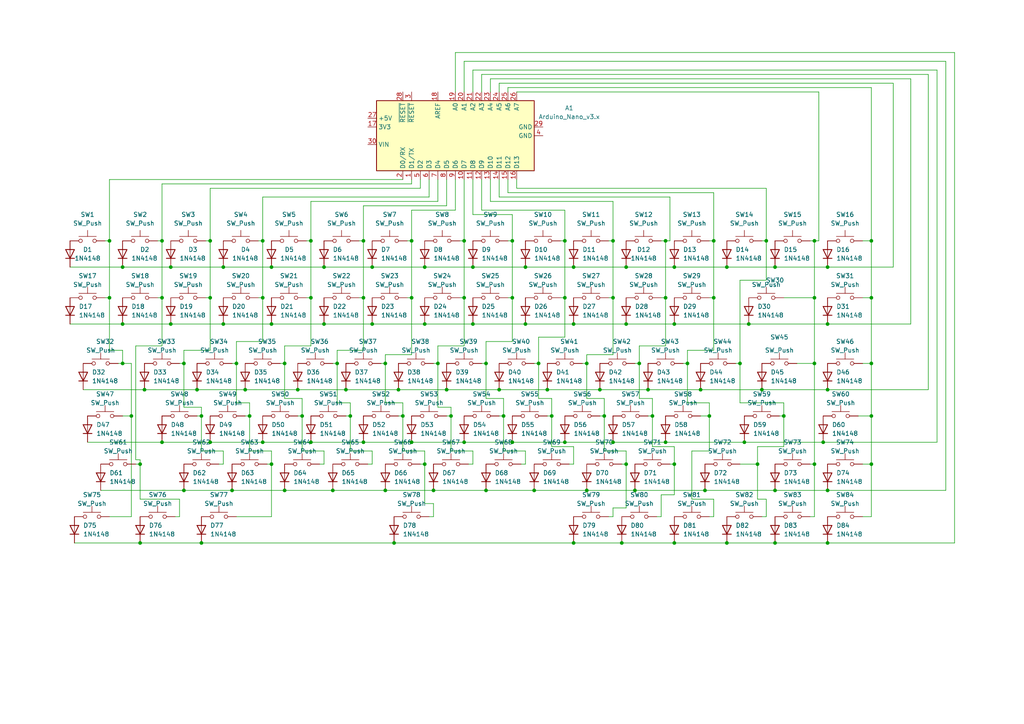
<source format=kicad_sch>
(kicad_sch (version 20230121) (generator eeschema)
  (paper "A4")
  (lib_symbols
    (symbol "Diode:1N4148" (pin_numbers hide) (pin_names hide)
      (property "Reference" "D" (at 0 2.54 0))
      (property "Value" "1N4148" (at 0 -2.54 0))
      (symbol "1N4148_1_1"
        (pin passive line (at -3.81 0 0) (length 2.54) (name "K") (number "1"))
        (pin passive line (at 3.81 0 180) (length 2.54) (name "A") (number "2"))
      )
    )
    (symbol "MCU_Module:Arduino_Nano_v3.x"
      (property "Reference" "A" (at -10.16 23.495 0))
      (property "Value" "Arduino_Nano_v3.x" (at 5.08 -24.13 0))
      (symbol "Arduino_Nano_v3.x_1_1"
        (pin bidirectional line (at -12.7 12.7 0) (length 2.54) (name "D1/TX") (number "1"))
        (pin bidirectional line (at -12.7 -2.54 0) (length 2.54) (name "D7") (number "10"))
        (pin bidirectional line (at -12.7 -5.08 0) (length 2.54) (name "D8") (number "11"))
        (pin bidirectional line (at -12.7 -7.62 0) (length 2.54) (name "D9") (number "12"))
        (pin bidirectional line (at -12.7 -10.16 0) (length 2.54) (name "D10") (number "13"))
        (pin bidirectional line (at -12.7 -12.7 0) (length 2.54) (name "D11") (number "14"))
        (pin bidirectional line (at -12.7 -15.24 0) (length 2.54) (name "D12") (number "15"))
        (pin bidirectional line (at -12.7 -17.78 0) (length 2.54) (name "D13") (number "16"))
        (pin power_out line (at 2.54 25.4 270) (length 2.54) (name "3V3") (number "17"))
        (pin input line (at 12.7 5.08 180) (length 2.54) (name "AREF") (number "18"))
        (pin bidirectional line (at 12.7 0 180) (length 2.54) (name "A0") (number "19"))
        (pin bidirectional line (at -12.7 15.24 0) (length 2.54) (name "D0/RX") (number "2"))
        (pin bidirectional line (at 12.7 -2.54 180) (length 2.54) (name "A1") (number "20"))
        (pin bidirectional line (at 12.7 -5.08 180) (length 2.54) (name "A2") (number "21"))
        (pin bidirectional line (at 12.7 -7.62 180) (length 2.54) (name "A3") (number "22"))
        (pin bidirectional line (at 12.7 -10.16 180) (length 2.54) (name "A4") (number "23"))
        (pin bidirectional line (at 12.7 -12.7 180) (length 2.54) (name "A5") (number "24"))
        (pin bidirectional line (at 12.7 -15.24 180) (length 2.54) (name "A6") (number "25"))
        (pin bidirectional line (at 12.7 -17.78 180) (length 2.54) (name "A7") (number "26"))
        (pin power_out line (at 5.08 25.4 270) (length 2.54) (name "+5V") (number "27"))
        (pin input line (at 12.7 15.24 180) (length 2.54) (name "~{RESET}") (number "28"))
        (pin power_in line (at 2.54 -25.4 90) (length 2.54) (name "GND") (number "29"))
        (pin input line (at 12.7 12.7 180) (length 2.54) (name "~{RESET}") (number "3"))
        (pin power_in line (at -2.54 25.4 270) (length 2.54) (name "VIN") (number "30"))
        (pin power_in line (at 0 -25.4 90) (length 2.54) (name "GND") (number "4"))
        (pin bidirectional line (at -12.7 10.16 0) (length 2.54) (name "D2") (number "5"))
        (pin bidirectional line (at -12.7 7.62 0) (length 2.54) (name "D3") (number "6"))
        (pin bidirectional line (at -12.7 5.08 0) (length 2.54) (name "D4") (number "7"))
        (pin bidirectional line (at -12.7 2.54 0) (length 2.54) (name "D5") (number "8"))
        (pin bidirectional line (at -12.7 0 0) (length 2.54) (name "D6") (number "9"))
      )
    )
    (symbol "Switch:SW_Push" (pin_numbers hide) (pin_names (offset 1.016) hide)
      (property "Reference" "SW" (at 1.27 2.54 0))
      (property "Value" "SW_Push" (at 0 -1.524 0))
      (symbol "SW_Push_0_1"
        (pin passive line (at -5.08 0 0) (length 2.54) (name "1") (number "1"))
        (pin passive line (at 5.08 0 180) (length 2.54) (name "2") (number "2"))
      )
    )
  )
  (junction (at 189.23 120.65))
  (junction (at 152.4 93.98))
  (junction (at 96.52 142.24))
  (junction (at 170.18 142.24))
  (junction (at 137.16 77.47))
  (junction (at 101.6 120.65))
  (junction (at 111.76 105.41))
  (junction (at 214.63 105.41))
  (junction (at 123.19 93.98))
  (junction (at 224.79 77.47))
  (junction (at 193.04 128.27))
  (junction (at 236.22 105.41))
  (junction (at 71.12 113.03))
  (junction (at 236.22 134.62))
  (junction (at 134.62 69.85))
  (junction (at 72.39 120.65))
  (junction (at 240.03 93.98))
  (junction (at 137.16 93.98))
  (junction (at 64.77 93.98))
  (junction (at 240.03 113.03))
  (junction (at 46.99 128.27))
  (junction (at 134.62 128.27))
  (junction (at 105.41 86.36))
  (junction (at 160.02 120.65))
  (junction (at 129.54 113.03))
  (junction (at 97.79 105.41))
  (junction (at 173.99 113.03))
  (junction (at 166.37 93.98))
  (junction (at 195.58 157.48))
  (junction (at 181.61 134.62))
  (junction (at 60.96 69.85))
  (junction (at 123.19 77.47))
  (junction (at 119.38 128.27))
  (junction (at 222.25 69.85))
  (junction (at 140.97 105.41))
  (junction (at 148.59 128.27))
  (junction (at 58.42 120.65))
  (junction (at 119.38 86.36))
  (junction (at 130.81 120.65))
  (junction (at 210.82 77.47))
  (junction (at 82.55 142.24))
  (junction (at 146.05 120.65))
  (junction (at 78.74 134.62))
  (junction (at 177.8 86.36))
  (junction (at 203.2 113.03))
  (junction (at 181.61 77.47))
  (junction (at 38.1 120.65))
  (junction (at 195.58 134.62))
  (junction (at 107.95 93.98))
  (junction (at 252.73 86.36))
  (junction (at 67.31 142.24))
  (junction (at 252.73 105.41))
  (junction (at 163.83 69.85))
  (junction (at 177.8 69.85))
  (junction (at 252.73 134.62))
  (junction (at 90.17 128.27))
  (junction (at 181.61 93.98))
  (junction (at 204.47 142.24))
  (junction (at 236.22 86.36))
  (junction (at 207.01 69.85))
  (junction (at 199.39 105.41))
  (junction (at 156.21 105.41))
  (junction (at 240.03 142.24))
  (junction (at 240.03 77.47))
  (junction (at 31.75 86.36))
  (junction (at 195.58 77.47))
  (junction (at 111.76 142.24))
  (junction (at 64.77 77.47))
  (junction (at 49.53 77.47))
  (junction (at 184.15 142.24))
  (junction (at 35.56 105.41))
  (junction (at 35.56 93.98))
  (junction (at 78.74 93.98))
  (junction (at 240.03 157.48))
  (junction (at 90.17 86.36))
  (junction (at 68.58 105.41))
  (junction (at 76.2 128.27))
  (junction (at 87.63 120.65))
  (junction (at 57.15 113.03))
  (junction (at 219.71 134.62))
  (junction (at 252.73 69.85))
  (junction (at 58.42 157.48))
  (junction (at 252.73 120.65))
  (junction (at 123.19 134.62))
  (junction (at 60.96 128.27))
  (junction (at 86.36 113.03))
  (junction (at 105.41 128.27))
  (junction (at 215.9 128.27))
  (junction (at 40.64 134.62))
  (junction (at 224.79 157.48))
  (junction (at 100.33 113.03))
  (junction (at 148.59 69.85))
  (junction (at 49.53 93.98))
  (junction (at 175.26 120.65))
  (junction (at 205.74 120.65))
  (junction (at 76.2 69.85))
  (junction (at 90.17 69.85))
  (junction (at 163.83 128.27))
  (junction (at 93.98 77.47))
  (junction (at 144.78 113.03))
  (junction (at 185.42 105.41))
  (junction (at 154.94 142.24))
  (junction (at 119.38 69.85))
  (junction (at 148.59 86.36))
  (junction (at 152.4 77.47))
  (junction (at 195.58 93.98))
  (junction (at 158.75 113.03))
  (junction (at 134.62 86.36))
  (junction (at 53.34 142.24))
  (junction (at 180.34 157.48))
  (junction (at 170.18 105.41))
  (junction (at 60.96 86.36))
  (junction (at 210.82 157.48))
  (junction (at 107.95 77.47))
  (junction (at 217.17 93.98))
  (junction (at 193.04 69.85))
  (junction (at 115.57 113.03))
  (junction (at 105.41 69.85))
  (junction (at 116.84 120.65))
  (junction (at 46.99 69.85))
  (junction (at 177.8 128.27))
  (junction (at 82.55 105.41))
  (junction (at 207.01 86.36))
  (junction (at 125.73 142.24))
  (junction (at 236.22 69.85))
  (junction (at 193.04 86.36))
  (junction (at 166.37 77.47))
  (junction (at 238.76 128.27))
  (junction (at 220.98 113.03))
  (junction (at 187.96 113.03))
  (junction (at 140.97 142.24))
  (junction (at 35.56 77.47))
  (junction (at 40.64 157.48))
  (junction (at 166.37 157.48))
  (junction (at 41.91 113.03))
  (junction (at 127 105.41))
  (junction (at 93.98 93.98))
  (junction (at 76.2 86.36))
  (junction (at 53.34 105.41))
  (junction (at 163.83 86.36))
  (junction (at 114.3 157.48))
  (junction (at 227.33 120.65))
  (junction (at 46.99 86.36))
  (junction (at 224.79 142.24))
  (junction (at 31.75 69.85))
  (junction (at 78.74 77.47))
  (wire (pts (xy 203.2 113.03) (xy 220.98 113.03)))
  (wire (pts (xy 144.78 57.15) (xy 144.78 52.07)))
  (wire (pts (xy 58.42 118.11) (xy 58.42 120.65)))
  (wire (pts (xy 214.63 105.41) (xy 214.63 116.84)))
  (wire (pts (xy 148.59 99.06) (xy 148.59 86.36)))
  (wire (pts (xy 160.02 115.57) (xy 156.21 115.57)))
  (wire (pts (xy 148.59 69.85) (xy 148.59 86.36)))
  (wire (pts (xy 71.12 113.03) (xy 86.36 113.03)))
  (wire (pts (xy 148.59 62.23) (xy 148.59 69.85)))
  (wire (pts (xy 60.96 69.85) (xy 60.96 86.36)))
  (wire (pts (xy 238.76 128.27) (xy 271.78 128.27)))
  (wire (pts (xy 187.96 113.03) (xy 203.2 113.03)))
  (wire (pts (xy 123.19 146.05) (xy 125.73 146.05)))
  (wire (pts (xy 46.99 86.36) (xy 46.99 100.33)))
  (wire (pts (xy 30.48 86.36) (xy 31.75 86.36)))
  (wire (pts (xy 60.96 54.61) (xy 121.92 54.61)))
  (wire (pts (xy 35.56 93.98) (xy 49.53 93.98)))
  (wire (pts (xy 139.7 60.96) (xy 163.83 60.96)))
  (wire (pts (xy 30.48 69.85) (xy 31.75 69.85)))
  (wire (pts (xy 207.01 149.86) (xy 205.74 149.86)))
  (wire (pts (xy 76.2 128.27) (xy 90.17 128.27)))
  (wire (pts (xy 162.56 69.85) (xy 163.83 69.85)))
  (wire (pts (xy 156.21 105.41) (xy 154.94 105.41)))
  (wire (pts (xy 111.76 142.24) (xy 125.73 142.24)))
  (wire (pts (xy 224.79 142.24) (xy 240.03 142.24)))
  (wire (pts (xy 252.73 25.4) (xy 252.73 69.85)))
  (wire (pts (xy 217.17 93.98) (xy 240.03 93.98)))
  (wire (pts (xy 248.92 120.65) (xy 252.73 120.65)))
  (wire (pts (xy 194.31 57.15) (xy 194.31 69.85)))
  (wire (pts (xy 149.86 54.61) (xy 222.25 54.61)))
  (wire (pts (xy 224.79 157.48) (xy 240.03 157.48)))
  (wire (pts (xy 191.77 69.85) (xy 193.04 69.85)))
  (wire (pts (xy 205.74 69.85) (xy 207.01 69.85)))
  (wire (pts (xy 189.23 115.57) (xy 189.23 120.65)))
  (wire (pts (xy 125.73 149.86) (xy 124.46 149.86)))
  (wire (pts (xy 236.22 69.85) (xy 236.22 86.36)))
  (wire (pts (xy 147.32 69.85) (xy 148.59 69.85)))
  (wire (pts (xy 93.98 134.62) (xy 93.98 130.81)))
  (wire (pts (xy 101.6 130.81) (xy 107.95 130.81)))
  (wire (pts (xy 60.96 101.6) (xy 53.34 101.6)))
  (wire (pts (xy 207.01 101.6) (xy 199.39 101.6)))
  (wire (pts (xy 68.58 99.06) (xy 76.2 99.06)))
  (wire (pts (xy 45.72 86.36) (xy 46.99 86.36)))
  (wire (pts (xy 269.24 21.59) (xy 139.7 21.59)))
  (wire (pts (xy 137.16 52.07) (xy 137.16 62.23)))
  (wire (pts (xy 144.78 57.15) (xy 194.31 57.15)))
  (wire (pts (xy 160.02 120.65) (xy 160.02 115.57)))
  (wire (pts (xy 227.33 116.84) (xy 227.33 120.65)))
  (wire (pts (xy 189.23 120.65) (xy 187.96 120.65)))
  (wire (pts (xy 119.38 69.85) (xy 119.38 86.36)))
  (wire (pts (xy 82.55 105.41) (xy 82.55 115.57)))
  (wire (pts (xy 100.33 120.65) (xy 101.6 120.65)))
  (wire (pts (xy 111.76 116.84) (xy 116.84 116.84)))
  (wire (pts (xy 252.73 134.62) (xy 252.73 149.86)))
  (wire (pts (xy 93.98 77.47) (xy 107.95 77.47)))
  (wire (pts (xy 156.21 115.57) (xy 156.21 105.41)))
  (wire (pts (xy 149.86 26.67) (xy 237.49 26.67)))
  (wire (pts (xy 127 118.11) (xy 130.81 118.11)))
  (wire (pts (xy 121.92 134.62) (xy 123.19 134.62)))
  (wire (pts (xy 77.47 134.62) (xy 78.74 134.62)))
  (wire (pts (xy 252.73 149.86) (xy 250.19 149.86)))
  (wire (pts (xy 166.37 129.54) (xy 160.02 129.54)))
  (wire (pts (xy 152.4 134.62) (xy 152.4 130.81)))
  (wire (pts (xy 210.82 157.48) (xy 224.79 157.48)))
  (wire (pts (xy 236.22 149.86) (xy 234.95 149.86)))
  (wire (pts (xy 185.42 105.41) (xy 185.42 115.57)))
  (wire (pts (xy 38.1 120.65) (xy 38.1 149.86)))
  (wire (pts (xy 93.98 93.98) (xy 107.95 93.98)))
  (wire (pts (xy 137.16 20.32) (xy 137.16 26.67)))
  (wire (pts (xy 274.32 17.78) (xy 134.62 17.78)))
  (wire (pts (xy 123.19 77.47) (xy 137.16 77.47)))
  (wire (pts (xy 163.83 60.96) (xy 163.83 69.85)))
  (wire (pts (xy 181.61 147.32) (xy 177.8 147.32)))
  (wire (pts (xy 25.4 128.27) (xy 46.99 128.27)))
  (wire (pts (xy 71.12 120.65) (xy 72.39 120.65)))
  (wire (pts (xy 176.53 69.85) (xy 177.8 69.85)))
  (wire (pts (xy 193.04 100.33) (xy 185.42 100.33)))
  (wire (pts (xy 156.21 97.79) (xy 156.21 105.41)))
  (wire (pts (xy 127 105.41) (xy 127 118.11)))
  (wire (pts (xy 130.81 120.65) (xy 130.81 130.81)))
  (wire (pts (xy 240.03 113.03) (xy 269.24 113.03)))
  (wire (pts (xy 276.86 15.24) (xy 276.86 157.48)))
  (wire (pts (xy 181.61 134.62) (xy 180.34 134.62)))
  (wire (pts (xy 142.24 58.42) (xy 177.8 58.42)))
  (wire (pts (xy 97.79 105.41) (xy 97.79 116.84)))
  (wire (pts (xy 175.26 115.57) (xy 175.26 120.65)))
  (wire (pts (xy 250.19 86.36) (xy 252.73 86.36)))
  (wire (pts (xy 148.59 128.27) (xy 163.83 128.27)))
  (wire (pts (xy 68.58 149.86) (xy 78.74 149.86)))
  (wire (pts (xy 46.99 69.85) (xy 46.99 86.36)))
  (wire (pts (xy 78.74 77.47) (xy 93.98 77.47)))
  (wire (pts (xy 31.75 149.86) (xy 38.1 149.86)))
  (wire (pts (xy 149.86 52.07) (xy 149.86 54.61)))
  (wire (pts (xy 195.58 143.51) (xy 195.58 134.62)))
  (wire (pts (xy 86.36 113.03) (xy 100.33 113.03)))
  (wire (pts (xy 119.38 53.34) (xy 119.38 52.07)))
  (wire (pts (xy 215.9 128.27) (xy 238.76 128.27)))
  (wire (pts (xy 38.1 120.65) (xy 38.1 105.41)))
  (wire (pts (xy 177.8 69.85) (xy 177.8 86.36)))
  (wire (pts (xy 200.66 130.81) (xy 200.66 144.78)))
  (wire (pts (xy 127 58.42) (xy 90.17 58.42)))
  (wire (pts (xy 39.37 134.62) (xy 40.64 134.62)))
  (wire (pts (xy 31.75 101.6) (xy 35.56 101.6)))
  (wire (pts (xy 214.63 134.62) (xy 219.71 134.62)))
  (wire (pts (xy 134.62 52.07) (xy 134.62 69.85)))
  (wire (pts (xy 139.7 21.59) (xy 139.7 26.67)))
  (wire (pts (xy 121.92 54.61) (xy 121.92 52.07)))
  (wire (pts (xy 193.04 86.36) (xy 193.04 100.33)))
  (wire (pts (xy 104.14 69.85) (xy 105.41 69.85)))
  (wire (pts (xy 40.64 133.35) (xy 40.64 134.62)))
  (wire (pts (xy 59.69 86.36) (xy 60.96 86.36)))
  (wire (pts (xy 177.8 147.32) (xy 177.8 149.86)))
  (wire (pts (xy 222.25 149.86) (xy 222.25 144.78)))
  (wire (pts (xy 252.73 86.36) (xy 252.73 105.41)))
  (wire (pts (xy 147.32 52.07) (xy 147.32 55.88)))
  (wire (pts (xy 76.2 86.36) (xy 74.93 86.36)))
  (wire (pts (xy 82.55 105.41) (xy 81.28 105.41)))
  (wire (pts (xy 101.6 120.65) (xy 101.6 130.81)))
  (wire (pts (xy 68.58 116.84) (xy 72.39 116.84)))
  (wire (pts (xy 106.68 134.62) (xy 107.95 134.62)))
  (wire (pts (xy 160.02 129.54) (xy 160.02 120.65)))
  (wire (pts (xy 130.81 130.81) (xy 137.16 130.81)))
  (wire (pts (xy 140.97 105.41) (xy 139.7 105.41)))
  (wire (pts (xy 67.31 142.24) (xy 82.55 142.24)))
  (wire (pts (xy 58.42 130.81) (xy 64.77 130.81)))
  (wire (pts (xy 199.39 105.41) (xy 199.39 116.84)))
  (wire (pts (xy 175.26 120.65) (xy 175.26 130.81)))
  (wire (pts (xy 64.77 130.81) (xy 64.77 134.62)))
  (wire (pts (xy 165.1 134.62) (xy 166.37 134.62)))
  (wire (pts (xy 184.15 105.41) (xy 185.42 105.41)))
  (wire (pts (xy 58.42 120.65) (xy 58.42 130.81)))
  (wire (pts (xy 60.96 69.85) (xy 60.96 54.61)))
  (wire (pts (xy 60.96 128.27) (xy 76.2 128.27)))
  (wire (pts (xy 219.71 134.62) (xy 219.71 129.54)))
  (wire (pts (xy 181.61 134.62) (xy 181.61 147.32)))
  (wire (pts (xy 163.83 86.36) (xy 163.83 97.79)))
  (wire (pts (xy 220.98 69.85) (xy 222.25 69.85)))
  (wire (pts (xy 58.42 157.48) (xy 114.3 157.48)))
  (wire (pts (xy 175.26 130.81) (xy 181.61 130.81)))
  (wire (pts (xy 57.15 113.03) (xy 71.12 113.03)))
  (wire (pts (xy 115.57 113.03) (xy 129.54 113.03)))
  (wire (pts (xy 207.01 86.36) (xy 205.74 86.36)))
  (wire (pts (xy 259.08 24.13) (xy 144.78 24.13)))
  (wire (pts (xy 147.32 25.4) (xy 252.73 25.4)))
  (wire (pts (xy 46.99 128.27) (xy 60.96 128.27)))
  (wire (pts (xy 163.83 97.79) (xy 156.21 97.79)))
  (wire (pts (xy 111.76 102.87) (xy 111.76 105.41)))
  (wire (pts (xy 146.05 120.65) (xy 146.05 115.57)))
  (wire (pts (xy 214.63 105.41) (xy 213.36 105.41)))
  (wire (pts (xy 45.72 69.85) (xy 46.99 69.85)))
  (wire (pts (xy 195.58 134.62) (xy 195.58 129.54)))
  (wire (pts (xy 31.75 69.85) (xy 31.75 86.36)))
  (wire (pts (xy 97.79 101.6) (xy 97.79 105.41)))
  (wire (pts (xy 194.31 69.85) (xy 193.04 69.85)))
  (wire (pts (xy 193.04 128.27) (xy 215.9 128.27)))
  (wire (pts (xy 146.05 130.81) (xy 146.05 120.65)))
  (wire (pts (xy 222.25 144.78) (xy 219.71 144.78)))
  (wire (pts (xy 97.79 116.84) (xy 101.6 116.84)))
  (wire (pts (xy 151.13 134.62) (xy 152.4 134.62)))
  (wire (pts (xy 137.16 77.47) (xy 152.4 77.47)))
  (wire (pts (xy 146.05 115.57) (xy 140.97 115.57)))
  (wire (pts (xy 274.32 17.78) (xy 274.32 142.24)))
  (wire (pts (xy 38.1 105.41) (xy 35.56 105.41)))
  (wire (pts (xy 195.58 157.48) (xy 210.82 157.48)))
  (wire (pts (xy 269.24 21.59) (xy 269.24 113.03)))
  (wire (pts (xy 132.08 15.24) (xy 132.08 26.67)))
  (wire (pts (xy 140.97 142.24) (xy 154.94 142.24)))
  (wire (pts (xy 227.33 129.54) (xy 227.33 120.65)))
  (wire (pts (xy 35.56 101.6) (xy 35.56 105.41)))
  (wire (pts (xy 68.58 105.41) (xy 67.31 105.41)))
  (wire (pts (xy 63.5 134.62) (xy 64.77 134.62)))
  (wire (pts (xy 166.37 77.47) (xy 181.61 77.47)))
  (wire (pts (xy 134.62 69.85) (xy 134.62 86.36)))
  (wire (pts (xy 78.74 149.86) (xy 78.74 134.62)))
  (wire (pts (xy 100.33 113.03) (xy 115.57 113.03)))
  (wire (pts (xy 207.01 86.36) (xy 207.01 101.6)))
  (wire (pts (xy 137.16 134.62) (xy 135.89 134.62)))
  (wire (pts (xy 123.19 130.81) (xy 123.19 134.62)))
  (wire (pts (xy 252.73 120.65) (xy 252.73 134.62)))
  (wire (pts (xy 177.8 86.36) (xy 177.8 102.87)))
  (wire (pts (xy 124.46 57.15) (xy 124.46 52.07)))
  (wire (pts (xy 39.37 100.33) (xy 39.37 133.35)))
  (wire (pts (xy 107.95 93.98) (xy 123.19 93.98)))
  (wire (pts (xy 137.16 93.98) (xy 152.4 93.98)))
  (wire (pts (xy 177.8 149.86) (xy 176.53 149.86)))
  (wire (pts (xy 191.77 149.86) (xy 190.5 149.86)))
  (wire (pts (xy 185.42 115.57) (xy 189.23 115.57)))
  (wire (pts (xy 50.8 149.86) (xy 52.07 149.86)))
  (wire (pts (xy 170.18 115.57) (xy 175.26 115.57)))
  (wire (pts (xy 20.32 77.47) (xy 35.56 77.47)))
  (wire (pts (xy 177.8 86.36) (xy 176.53 86.36)))
  (wire (pts (xy 175.26 120.65) (xy 173.99 120.65)))
  (wire (pts (xy 166.37 157.48) (xy 180.34 157.48)))
  (wire (pts (xy 146.05 120.65) (xy 144.78 120.65)))
  (wire (pts (xy 222.25 69.85) (xy 222.25 81.28)))
  (wire (pts (xy 163.83 69.85) (xy 163.83 86.36)))
  (wire (pts (xy 78.74 130.81) (xy 72.39 130.81)))
  (wire (pts (xy 133.35 69.85) (xy 134.62 69.85)))
  (wire (pts (xy 64.77 77.47) (xy 78.74 77.47)))
  (wire (pts (xy 205.74 120.65) (xy 205.74 130.81)))
  (wire (pts (xy 123.19 93.98) (xy 137.16 93.98)))
  (wire (pts (xy 76.2 86.36) (xy 76.2 99.06)))
  (wire (pts (xy 139.7 52.07) (xy 139.7 60.96)))
  (wire (pts (xy 130.81 118.11) (xy 130.81 120.65)))
  (wire (pts (xy 90.17 100.33) (xy 90.17 86.36)))
  (wire (pts (xy 115.57 120.65) (xy 116.84 120.65)))
  (wire (pts (xy 111.76 105.41) (xy 110.49 105.41)))
  (wire (pts (xy 34.29 105.41) (xy 35.56 105.41)))
  (wire (pts (xy 154.94 142.24) (xy 170.18 142.24)))
  (wire (pts (xy 276.86 15.24) (xy 132.08 15.24)))
  (wire (pts (xy 227.33 86.36) (xy 236.22 86.36)))
  (wire (pts (xy 130.81 120.65) (xy 129.54 120.65)))
  (wire (pts (xy 276.86 157.48) (xy 240.03 157.48)))
  (wire (pts (xy 250.19 105.41) (xy 252.73 105.41)))
  (wire (pts (xy 87.63 115.57) (xy 87.63 120.65)))
  (wire (pts (xy 219.71 129.54) (xy 227.33 129.54)))
  (wire (pts (xy 119.38 102.87) (xy 111.76 102.87)))
  (wire (pts (xy 140.97 105.41) (xy 140.97 99.06)))
  (wire (pts (xy 152.4 77.47) (xy 166.37 77.47)))
  (wire (pts (xy 105.41 128.27) (xy 119.38 128.27)))
  (wire (pts (xy 184.15 142.24) (xy 204.47 142.24)))
  (wire (pts (xy 40.64 157.48) (xy 58.42 157.48)))
  (wire (pts (xy 105.41 69.85) (xy 105.41 59.69)))
  (wire (pts (xy 147.32 55.88) (xy 207.01 55.88)))
  (wire (pts (xy 127 100.33) (xy 127 105.41)))
  (wire (pts (xy 39.37 133.35) (xy 40.64 133.35)))
  (wire (pts (xy 237.49 26.67) (xy 237.49 69.85)))
  (wire (pts (xy 181.61 130.81) (xy 181.61 134.62)))
  (wire (pts (xy 105.41 69.85) (xy 105.41 86.36)))
  (wire (pts (xy 40.64 144.78) (xy 52.07 144.78)))
  (wire (pts (xy 134.62 86.36) (xy 134.62 100.33)))
  (wire (pts (xy 90.17 86.36) (xy 88.9 86.36)))
  (wire (pts (xy 76.2 69.85) (xy 76.2 57.15)))
  (wire (pts (xy 111.76 105.41) (xy 111.76 116.84)))
  (wire (pts (xy 199.39 101.6) (xy 199.39 105.41)))
  (wire (pts (xy 259.08 77.47) (xy 259.08 24.13)))
  (wire (pts (xy 191.77 143.51) (xy 191.77 149.86)))
  (wire (pts (xy 78.74 134.62) (xy 78.74 130.81)))
  (wire (pts (xy 195.58 134.62) (xy 194.31 134.62)))
  (wire (pts (xy 116.84 116.84) (xy 116.84 120.65)))
  (wire (pts (xy 220.98 113.03) (xy 240.03 113.03)))
  (wire (pts (xy 68.58 116.84) (xy 68.58 105.41)))
  (wire (pts (xy 53.34 101.6) (xy 53.34 105.41)))
  (wire (pts (xy 271.78 20.32) (xy 137.16 20.32)))
  (wire (pts (xy 193.04 69.85) (xy 193.04 86.36)))
  (wire (pts (xy 90.17 69.85) (xy 90.17 86.36)))
  (wire (pts (xy 207.01 55.88) (xy 207.01 69.85)))
  (wire (pts (xy 264.16 93.98) (xy 264.16 22.86)))
  (wire (pts (xy 137.16 130.81) (xy 137.16 134.62)))
  (wire (pts (xy 72.39 120.65) (xy 72.39 116.84)))
  (wire (pts (xy 52.07 144.78) (xy 52.07 149.86)))
  (wire (pts (xy 166.37 93.98) (xy 181.61 93.98)))
  (wire (pts (xy 116.84 120.65) (xy 116.84 130.81)))
  (wire (pts (xy 224.79 77.47) (xy 240.03 77.47)))
  (wire (pts (xy 140.97 99.06) (xy 148.59 99.06)))
  (wire (pts (xy 46.99 53.34) (xy 119.38 53.34)))
  (wire (pts (xy 107.95 77.47) (xy 123.19 77.47)))
  (wire (pts (xy 163.83 128.27) (xy 177.8 128.27)))
  (wire (pts (xy 222.25 54.61) (xy 222.25 69.85)))
  (wire (pts (xy 64.77 93.98) (xy 78.74 93.98)))
  (wire (pts (xy 185.42 100.33) (xy 185.42 105.41)))
  (wire (pts (xy 210.82 77.47) (xy 224.79 77.47)))
  (wire (pts (xy 35.56 77.47) (xy 49.53 77.47)))
  (wire (pts (xy 240.03 93.98) (xy 264.16 93.98)))
  (wire (pts (xy 166.37 134.62) (xy 166.37 129.54)))
  (wire (pts (xy 31.75 52.07) (xy 116.84 52.07)))
  (wire (pts (xy 105.41 86.36) (xy 104.14 86.36)))
  (wire (pts (xy 134.62 128.27) (xy 148.59 128.27)))
  (wire (pts (xy 49.53 77.47) (xy 64.77 77.47)))
  (wire (pts (xy 207.01 144.78) (xy 200.66 144.78)))
  (wire (pts (xy 72.39 130.81) (xy 72.39 120.65)))
  (wire (pts (xy 49.53 93.98) (xy 64.77 93.98)))
  (wire (pts (xy 240.03 77.47) (xy 259.08 77.47)))
  (wire (pts (xy 82.55 142.24) (xy 96.52 142.24)))
  (wire (pts (xy 127 105.41) (xy 125.73 105.41)))
  (wire (pts (xy 119.38 128.27) (xy 134.62 128.27)))
  (wire (pts (xy 41.91 113.03) (xy 57.15 113.03)))
  (wire (pts (xy 24.13 113.03) (xy 41.91 113.03)))
  (wire (pts (xy 205.74 120.65) (xy 203.2 120.65)))
  (wire (pts (xy 170.18 142.24) (xy 184.15 142.24)))
  (wire (pts (xy 118.11 69.85) (xy 119.38 69.85)))
  (wire (pts (xy 88.9 69.85) (xy 90.17 69.85)))
  (wire (pts (xy 90.17 58.42) (xy 90.17 69.85)))
  (wire (pts (xy 114.3 157.48) (xy 166.37 157.48)))
  (wire (pts (xy 152.4 130.81) (xy 146.05 130.81)))
  (wire (pts (xy 177.8 58.42) (xy 177.8 69.85)))
  (wire (pts (xy 116.84 130.81) (xy 123.19 130.81)))
  (wire (pts (xy 144.78 24.13) (xy 144.78 26.67)))
  (wire (pts (xy 181.61 93.98) (xy 195.58 93.98)))
  (wire (pts (xy 87.63 120.65) (xy 86.36 120.65)))
  (wire (pts (xy 189.23 129.54) (xy 189.23 120.65)))
  (wire (pts (xy 236.22 134.62) (xy 236.22 149.86)))
  (wire (pts (xy 191.77 143.51) (xy 195.58 143.51)))
  (wire (pts (xy 205.74 130.81) (xy 200.66 130.81)))
  (wire (pts (xy 231.14 105.41) (xy 236.22 105.41)))
  (wire (pts (xy 252.73 69.85) (xy 252.73 86.36)))
  (wire (pts (xy 163.83 86.36) (xy 162.56 86.36)))
  (wire (pts (xy 250.19 69.85) (xy 252.73 69.85)))
  (wire (pts (xy 264.16 22.86) (xy 142.24 22.86)))
  (wire (pts (xy 195.58 77.47) (xy 210.82 77.47)))
  (wire (pts (xy 252.73 105.41) (xy 252.73 120.65)))
  (wire (pts (xy 142.24 52.07) (xy 142.24 58.42)))
  (wire (pts (xy 237.49 69.85) (xy 236.22 69.85)))
  (wire (pts (xy 195.58 93.98) (xy 217.17 93.98)))
  (wire (pts (xy 76.2 57.15) (xy 124.46 57.15)))
  (wire (pts (xy 134.62 100.33) (xy 127 100.33)))
  (wire (pts (xy 29.21 142.24) (xy 53.34 142.24)))
  (wire (pts (xy 90.17 128.27) (xy 105.41 128.27)))
  (wire (pts (xy 204.47 142.24) (xy 224.79 142.24)))
  (wire (pts (xy 60.96 86.36) (xy 60.96 101.6)))
  (wire (pts (xy 129.54 113.03) (xy 144.78 113.03)))
  (wire (pts (xy 177.8 102.87) (xy 170.18 102.87)))
  (wire (pts (xy 59.69 69.85) (xy 60.96 69.85)))
  (wire (pts (xy 107.95 130.81) (xy 107.95 134.62)))
  (wire (pts (xy 227.33 120.65) (xy 226.06 120.65)))
  (wire (pts (xy 53.34 142.24) (xy 67.31 142.24)))
  (wire (pts (xy 134.62 86.36) (xy 133.35 86.36)))
  (wire (pts (xy 93.98 130.81) (xy 87.63 130.81)))
  (wire (pts (xy 119.38 86.36) (xy 118.11 86.36)))
  (wire (pts (xy 236.22 86.36) (xy 236.22 105.41)))
  (wire (pts (xy 170.18 105.41) (xy 170.18 115.57)))
  (wire (pts (xy 240.03 142.24) (xy 274.32 142.24)))
  (wire (pts (xy 123.19 134.62) (xy 123.19 146.05)))
  (wire (pts (xy 119.38 86.36) (xy 119.38 102.87)))
  (wire (pts (xy 195.58 129.54) (xy 189.23 129.54)))
  (wire (pts (xy 271.78 20.32) (xy 271.78 128.27)))
  (wire (pts (xy 125.73 142.24) (xy 140.97 142.24)))
  (wire (pts (xy 46.99 100.33) (xy 39.37 100.33)))
  (wire (pts (xy 158.75 113.03) (xy 173.99 113.03)))
  (wire (pts (xy 97.79 105.41) (xy 96.52 105.41)))
  (wire (pts (xy 205.74 116.84) (xy 205.74 120.65)))
  (wire (pts (xy 170.18 102.87) (xy 170.18 105.41)))
  (wire (pts (xy 207.01 69.85) (xy 207.01 86.36)))
  (wire (pts (xy 160.02 120.65) (xy 158.75 120.65)))
  (wire (pts (xy 129.54 59.69) (xy 129.54 52.07)))
  (wire (pts (xy 119.38 69.85) (xy 119.38 60.96)))
  (wire (pts (xy 234.95 134.62) (xy 236.22 134.62)))
  (wire (pts (xy 40.64 134.62) (xy 40.64 144.78)))
  (wire (pts (xy 134.62 17.78) (xy 134.62 26.67)))
  (wire (pts (xy 105.41 59.69) (xy 129.54 59.69)))
  (wire (pts (xy 144.78 113.03) (xy 158.75 113.03)))
  (wire (pts (xy 82.55 105.41) (xy 82.55 100.33)))
  (wire (pts (xy 148.59 86.36) (xy 147.32 86.36)))
  (wire (pts (xy 219.71 144.78) (xy 219.71 134.62)))
  (wire (pts (xy 57.15 120.65) (xy 58.42 120.65)))
  (wire (pts (xy 132.08 60.96) (xy 132.08 52.07)))
  (wire (pts (xy 127 52.07) (xy 127 58.42)))
  (wire (pts (xy 198.12 105.41) (xy 199.39 105.41)))
  (wire (pts (xy 105.41 101.6) (xy 97.79 101.6)))
  (wire (pts (xy 119.38 60.96) (xy 132.08 60.96)))
  (wire (pts (xy 250.19 134.62) (xy 252.73 134.62)))
  (wire (pts (xy 78.74 93.98) (xy 93.98 93.98)))
  (wire (pts (xy 181.61 77.47) (xy 195.58 77.47)))
  (wire (pts (xy 125.73 146.05) (xy 125.73 149.86)))
  (wire (pts (xy 35.56 120.65) (xy 38.1 120.65)))
  (wire (pts (xy 31.75 69.85) (xy 31.75 52.07)))
  (wire (pts (xy 53.34 118.11) (xy 58.42 118.11)))
  (wire (pts (xy 180.34 157.48) (xy 195.58 157.48)))
  (wire (pts (xy 46.99 69.85) (xy 46.99 53.34)))
  (wire (pts (xy 214.63 81.28) (xy 214.63 105.41)))
  (wire (pts (xy 173.99 113.03) (xy 187.96 113.03)))
  (wire (pts (xy 101.6 116.84) (xy 101.6 120.65)))
  (wire (pts (xy 222.25 81.28) (xy 214.63 81.28)))
  (wire (pts (xy 31.75 86.36) (xy 31.75 101.6)))
  (wire (pts (xy 92.71 134.62) (xy 93.98 134.62)))
  (wire (pts (xy 193.04 86.36) (xy 191.77 86.36)))
  (wire (pts (xy 214.63 116.84) (xy 227.33 116.84)))
  (wire (pts (xy 53.34 105.41) (xy 53.34 118.11)))
  (wire (pts (xy 234.95 69.85) (xy 236.22 69.85)))
  (wire (pts (xy 82.55 115.57) (xy 87.63 115.57)))
  (wire (pts (xy 137.16 62.23) (xy 148.59 62.23)))
  (wire (pts (xy 142.24 22.86) (xy 142.24 26.67)))
  (wire (pts (xy 21.59 157.48) (xy 40.64 157.48)))
  (wire (pts (xy 96.52 142.24) (xy 111.76 142.24)))
  (wire (pts (xy 152.4 93.98) (xy 166.37 93.98)))
  (wire (pts (xy 105.41 86.36) (xy 105.41 101.6)))
  (wire (pts (xy 236.22 105.41) (xy 236.22 134.62)))
  (wire (pts (xy 20.32 93.98) (xy 35.56 93.98)))
  (wire (pts (xy 52.07 105.41) (xy 53.34 105.41)))
  (wire (pts (xy 68.58 105.41) (xy 68.58 99.06)))
  (wire (pts (xy 74.93 69.85) (xy 76.2 69.85)))
  (wire (pts (xy 76.2 69.85) (xy 76.2 86.36)))
  (wire (pts (xy 82.55 100.33) (xy 90.17 100.33)))
  (wire (pts (xy 140.97 115.57) (xy 140.97 105.41)))
  (wire (pts (xy 177.8 128.27) (xy 193.04 128.27)))
  (wire (pts (xy 207.01 149.86) (xy 207.01 144.78)))
  (wire (pts (xy 87.63 130.81) (xy 87.63 120.65)))
  (wire (pts (xy 170.18 105.41) (xy 168.91 105.41)))
  (wire (pts (xy 220.98 149.86) (xy 222.25 149.86)))
  (wire (pts (xy 147.32 26.67) (xy 147.32 25.4)))
  (wire (pts (xy 199.39 116.84) (xy 205.74 116.84)))
  (symbol (lib_id "Diode:1N4148") (at 210.82 73.66 90) (unit 1)
    (property "Reference" "D14" (at 213.36 72.39 90) (effects (justify right)))
    (property "Value" "1N4148" (at 213.36 74.93 90) (effects (justify right)))
    (property "Footprint" "Diode_THT:D_DO-35_SOD27_P7.62mm_Horizontal" (effects hide))
    (property "Datasheet" "https://assets.nexperia.com/documents/data-sheet/1N4148_1N4448.pdf" (effects hide))
    (property "Sim.Device" "D" (effects hide))
    (property "Sim.Pins" "1=K 2=A" (effects hide))
  )
  (symbol (lib_id "Diode:1N4148") (at 29.21 138.43 90) (unit 1)
    (property "Reference" "D61" (at 31.75 137.16 90) (effects (justify right)))
    (property "Value" "1N4148" (at 31.75 139.7 90) (effects (justify right)))
    (property "Footprint" "Diode_THT:D_DO-35_SOD27_P7.62mm_Horizontal" (effects hide))
    (property "Datasheet" "https://assets.nexperia.com/documents/data-sheet/1N4148_1N4448.pdf" (effects hide))
    (property "Sim.Device" "D" (effects hide))
    (property "Sim.Pins" "1=K 2=A" (effects hide))
  )
  (symbol (lib_id "Switch:SW_Push") (at 95.25 120.65 0) (unit 1)
    (property "Reference" "SW51" (at 95.25 114.3 0))
    (property "Value" "SW_Push" (at 95.25 116.84 0))
    (property "Footprint" "Button_Switch_Keyboard:SW_Cherry_MX_1.00u_PCB" (effects hide))
  )
  (symbol (lib_id "Diode:1N4148") (at 114.3 153.67 90) (unit 1)
    (property "Reference" "D78" (at 116.84 152.4 90) (effects (justify right)))
    (property "Value" "1N4148" (at 116.84 154.94 90) (effects (justify right)))
    (property "Footprint" "Diode_THT:D_DO-35_SOD27_P7.62mm_Horizontal" (effects hide))
    (property "Datasheet" "https://assets.nexperia.com/documents/data-sheet/1N4148_1N4448.pdf" (effects hide))
    (property "Sim.Device" "D" (effects hide))
    (property "Sim.Pins" "1=K 2=A" (effects hide))
  )
  (symbol (lib_id "MCU_Module:Arduino_Nano_v3.x") (at 132.08 39.37 90) (unit 1)
    (property "Reference" "A1" (at 165.1 31.3339 90))
    (property "Value" "Arduino_Nano_v3.x" (at 165.1 33.8739 90))
    (property "Footprint" "Module:Arduino_Nano" (effects hide))
    (property "Datasheet" "http://www.mouser.com/pdfdocs/Gravitech_Arduino_Nano3_0.pdf" (effects hide))
  )
  (symbol (lib_id "Diode:1N4148") (at 195.58 153.67 90) (unit 1)
    (property "Reference" "D81" (at 198.12 152.4 90) (effects (justify right)))
    (property "Value" "1N4148" (at 198.12 154.94 90) (effects (justify right)))
    (property "Footprint" "Diode_THT:D_DO-35_SOD27_P7.62mm_Horizontal" (effects hide))
    (property "Datasheet" "https://assets.nexperia.com/documents/data-sheet/1N4148_1N4448.pdf" (effects hide))
    (property "Sim.Device" "D" (effects hide))
    (property "Sim.Pins" "1=K 2=A" (effects hide))
  )
  (symbol (lib_id "Switch:SW_Push") (at 45.72 149.86 0) (unit 1)
    (property "Reference" "SW76" (at 45.72 143.51 0))
    (property "Value" "SW_Push" (at 45.72 146.05 0))
    (property "Footprint" "Button_Switch_Keyboard:SW_Cherry_MX_1.25u_PCB" (effects hide))
  )
  (symbol (lib_id "Switch:SW_Push") (at 146.05 134.62 0) (unit 1)
    (property "Reference" "SW68" (at 146.05 128.27 0))
    (property "Value" "SW_Push" (at 146.05 130.81 0))
    (property "Footprint" "Button_Switch_Keyboard:SW_Cherry_MX_1.00u_PCB" (effects hide))
  )
  (symbol (lib_id "Diode:1N4148") (at 93.98 90.17 90) (unit 1)
    (property "Reference" "D22" (at 96.52 88.9 90) (effects (justify right)))
    (property "Value" "1N4148" (at 96.52 91.44 90) (effects (justify right)))
    (property "Footprint" "Diode_THT:D_DO-35_SOD27_P7.62mm_Horizontal" (effects hide))
    (property "Datasheet" "https://assets.nexperia.com/documents/data-sheet/1N4148_1N4448.pdf" (effects hide))
    (property "Sim.Device" "D" (effects hide))
    (property "Sim.Pins" "1=K 2=A" (effects hide))
  )
  (symbol (lib_id "Diode:1N4148") (at 100.33 109.22 90) (unit 1)
    (property "Reference" "D37" (at 102.87 107.95 90) (effects (justify right)))
    (property "Value" "1N4148" (at 102.87 110.49 90) (effects (justify right)))
    (property "Footprint" "Diode_THT:D_DO-35_SOD27_P7.62mm_Horizontal" (effects hide))
    (property "Datasheet" "https://assets.nexperia.com/documents/data-sheet/1N4148_1N4448.pdf" (effects hide))
    (property "Sim.Device" "D" (effects hide))
    (property "Sim.Pins" "1=K 2=A" (effects hide))
  )
  (symbol (lib_id "Switch:SW_Push") (at 153.67 120.65 0) (unit 1)
    (property "Reference" "SW55" (at 153.67 114.3 0))
    (property "Value" "SW_Push" (at 153.67 116.84 0))
    (property "Footprint" "Button_Switch_Keyboard:SW_Cherry_MX_1.00u_PCB" (effects hide))
  )
  (symbol (lib_id "Switch:SW_Push") (at 34.29 134.62 0) (unit 1)
    (property "Reference" "SW61" (at 34.29 128.27 0))
    (property "Value" "SW_Push" (at 34.29 130.81 0))
    (property "Footprint" "Button_Switch_Keyboard:SW_Cherry_MX_2.25u_PCB" (effects hide))
  )
  (symbol (lib_id "Diode:1N4148") (at 154.94 138.43 90) (unit 1)
    (property "Reference" "D69" (at 157.48 137.16 90) (effects (justify right)))
    (property "Value" "1N4148" (at 157.48 139.7 90) (effects (justify right)))
    (property "Footprint" "Diode_THT:D_DO-35_SOD27_P7.62mm_Horizontal" (effects hide))
    (property "Datasheet" "https://assets.nexperia.com/documents/data-sheet/1N4148_1N4448.pdf" (effects hide))
    (property "Sim.Device" "D" (effects hide))
    (property "Sim.Pins" "1=K 2=A" (effects hide))
  )
  (symbol (lib_id "Diode:1N4148") (at 35.56 73.66 90) (unit 1)
    (property "Reference" "D2" (at 40.64 72.39 90) (effects (justify right)))
    (property "Value" "1N4148" (at 38.1 74.93 90) (effects (justify right)))
    (property "Footprint" "Diode_THT:D_DO-35_SOD27_P7.62mm_Horizontal" (effects hide))
    (property "Datasheet" "https://assets.nexperia.com/documents/data-sheet/1N4148_1N4448.pdf" (effects hide))
    (property "Sim.Device" "D" (effects hide))
    (property "Sim.Pins" "1=K 2=A" (effects hide))
  )
  (symbol (lib_id "Switch:SW_Push") (at 142.24 86.36 0) (unit 1)
    (property "Reference" "SW25" (at 142.24 80.01 0))
    (property "Value" "SW_Push" (at 142.24 82.55 0))
    (property "Footprint" "Button_Switch_Keyboard:SW_Cherry_MX_1.00u_PCB" (effects hide))
  )
  (symbol (lib_id "Switch:SW_Push") (at 171.45 86.36 0) (unit 1)
    (property "Reference" "SW27" (at 171.45 80.01 0))
    (property "Value" "SW_Push" (at 171.45 82.55 0))
    (property "Footprint" "Button_Switch_Keyboard:SW_Cherry_MX_1.00u_PCB" (effects hide))
  )
  (symbol (lib_id "Switch:SW_Push") (at 193.04 105.41 0) (unit 1)
    (property "Reference" "SW43" (at 194.31 99.06 0))
    (property "Value" "SW_Push" (at 193.04 101.6 0))
    (property "Footprint" "Button_Switch_Keyboard:SW_Cherry_MX_1.00u_PCB" (effects hide))
  )
  (symbol (lib_id "Diode:1N4148") (at 158.75 109.22 90) (unit 1)
    (property "Reference" "D41" (at 161.29 107.95 90) (effects (justify right)))
    (property "Value" "1N4148" (at 161.29 110.49 90) (effects (justify right)))
    (property "Footprint" "Diode_THT:D_DO-35_SOD27_P7.62mm_Horizontal" (effects hide))
    (property "Datasheet" "https://assets.nexperia.com/documents/data-sheet/1N4148_1N4448.pdf" (effects hide))
    (property "Sim.Device" "D" (effects hide))
    (property "Sim.Pins" "1=K 2=A" (effects hide))
  )
  (symbol (lib_id "Switch:SW_Push") (at 99.06 69.85 0) (unit 1)
    (property "Reference" "SW6" (at 99.06 62.23 0))
    (property "Value" "SW_Push" (at 99.06 64.77 0))
    (property "Footprint" "Button_Switch_Keyboard:SW_Cherry_MX_1.00u_PCB" (effects hide))
  )
  (symbol (lib_id "Diode:1N4148") (at 173.99 109.22 90) (unit 1)
    (property "Reference" "D42" (at 176.53 107.95 90) (effects (justify right)))
    (property "Value" "1N4148" (at 176.53 110.49 90) (effects (justify right)))
    (property "Footprint" "Diode_THT:D_DO-35_SOD27_P7.62mm_Horizontal" (effects hide))
    (property "Datasheet" "https://assets.nexperia.com/documents/data-sheet/1N4148_1N4448.pdf" (effects hide))
    (property "Sim.Device" "D" (effects hide))
    (property "Sim.Pins" "1=K 2=A" (effects hide))
  )
  (symbol (lib_id "Switch:SW_Push") (at 66.04 120.65 0) (unit 1)
    (property "Reference" "SW49" (at 66.04 114.3 0))
    (property "Value" "SW_Push" (at 66.04 116.84 0))
    (property "Footprint" "Button_Switch_Keyboard:SW_Cherry_MX_1.00u_PCB" (effects hide))
  )
  (symbol (lib_id "Switch:SW_Push") (at 101.6 134.62 0) (unit 1)
    (property "Reference" "SW65" (at 101.6 128.27 0))
    (property "Value" "SW_Push" (at 101.6 130.81 0))
    (property "Footprint" "Button_Switch_Keyboard:SW_Cherry_MX_1.00u_PCB" (effects hide))
  )
  (symbol (lib_id "Diode:1N4148") (at 123.19 90.17 90) (unit 1)
    (property "Reference" "D24" (at 125.73 88.9 90) (effects (justify right)))
    (property "Value" "1N4148" (at 125.73 91.44 90) (effects (justify right)))
    (property "Footprint" "Diode_THT:D_DO-35_SOD27_P7.62mm_Horizontal" (effects hide))
    (property "Datasheet" "https://assets.nexperia.com/documents/data-sheet/1N4148_1N4448.pdf" (effects hide))
    (property "Sim.Device" "D" (effects hide))
    (property "Sim.Pins" "1=K 2=A" (effects hide))
  )
  (symbol (lib_id "Diode:1N4148") (at 224.79 138.43 90) (unit 1)
    (property "Reference" "D73" (at 227.33 137.16 90) (effects (justify right)))
    (property "Value" "1N4148" (at 227.33 139.7 90) (effects (justify right)))
    (property "Footprint" "Diode_THT:D_DO-35_SOD27_P7.62mm_Horizontal" (effects hide))
    (property "Datasheet" "https://assets.nexperia.com/documents/data-sheet/1N4148_1N4448.pdf" (effects hide))
    (property "Sim.Device" "D" (effects hide))
    (property "Sim.Pins" "1=K 2=A" (effects hide))
  )
  (symbol (lib_id "Diode:1N4148") (at 119.38 124.46 90) (unit 1)
    (property "Reference" "D53" (at 121.92 123.19 90) (effects (justify right)))
    (property "Value" "1N4148" (at 121.92 125.73 90) (effects (justify right)))
    (property "Footprint" "Diode_THT:D_DO-35_SOD27_P7.62mm_Horizontal" (effects hide))
    (property "Datasheet" "https://assets.nexperia.com/documents/data-sheet/1N4148_1N4448.pdf" (effects hide))
    (property "Sim.Device" "D" (effects hide))
    (property "Sim.Pins" "1=K 2=A" (effects hide))
  )
  (symbol (lib_id "Diode:1N4148") (at 21.59 153.67 90) (unit 1)
    (property "Reference" "D75" (at 24.13 152.4 90) (effects (justify right)))
    (property "Value" "1N4148" (at 24.13 154.94 90) (effects (justify right)))
    (property "Footprint" "Diode_THT:D_DO-35_SOD27_P7.62mm_Horizontal" (effects hide))
    (property "Datasheet" "https://assets.nexperia.com/documents/data-sheet/1N4148_1N4448.pdf" (effects hide))
    (property "Sim.Device" "D" (effects hide))
    (property "Sim.Pins" "1=K 2=A" (effects hide))
  )
  (symbol (lib_id "Diode:1N4148") (at 49.53 90.17 90) (unit 1)
    (property "Reference" "D19" (at 52.07 88.9 90) (effects (justify right)))
    (property "Value" "1N4148" (at 52.07 91.44 90) (effects (justify right)))
    (property "Footprint" "Diode_THT:D_DO-35_SOD27_P7.62mm_Horizontal" (effects hide))
    (property "Datasheet" "https://assets.nexperia.com/documents/data-sheet/1N4148_1N4448.pdf" (effects hide))
    (property "Sim.Device" "D" (effects hide))
    (property "Sim.Pins" "1=K 2=A" (effects hide))
  )
  (symbol (lib_id "Switch:SW_Push") (at 215.9 69.85 0) (unit 1)
    (property "Reference" "SW14" (at 215.9 62.23 0))
    (property "Value" "SW_Push" (at 215.9 64.77 0))
    (property "Footprint" "Button_Switch_Keyboard:SW_Cherry_MX_1.00u_PCB" (effects hide))
  )
  (symbol (lib_id "Switch:SW_Push") (at 157.48 86.36 0) (unit 1)
    (property "Reference" "SW26" (at 157.48 80.01 0))
    (property "Value" "SW_Push" (at 157.48 82.55 0))
    (property "Footprint" "Button_Switch_Keyboard:SW_Cherry_MX_1.00u_PCB" (effects hide))
  )
  (symbol (lib_id "Diode:1N4148") (at 115.57 109.22 90) (unit 1)
    (property "Reference" "D38" (at 118.11 107.95 90) (effects (justify right)))
    (property "Value" "1N4148" (at 118.11 110.49 90) (effects (justify right)))
    (property "Footprint" "Diode_THT:D_DO-35_SOD27_P7.62mm_Horizontal" (effects hide))
    (property "Datasheet" "https://assets.nexperia.com/documents/data-sheet/1N4148_1N4448.pdf" (effects hide))
    (property "Sim.Device" "D" (effects hide))
    (property "Sim.Pins" "1=K 2=A" (effects hide))
  )
  (symbol (lib_id "Switch:SW_Push") (at 243.84 120.65 0) (unit 1)
    (property "Reference" "SW60" (at 243.84 114.3 0))
    (property "Value" "SW_Push" (at 243.84 116.84 0))
    (property "Footprint" "Button_Switch_Keyboard:SW_Cherry_MX_1.00u_PCB" (effects hide))
  )
  (symbol (lib_id "Diode:1N4148") (at 24.13 109.22 90) (unit 1)
    (property "Reference" "D32" (at 26.67 107.95 90) (effects (justify right)))
    (property "Value" "1N4148" (at 26.67 110.49 90) (effects (justify right)))
    (property "Footprint" "Diode_THT:D_DO-35_SOD27_P7.62mm_Horizontal" (effects hide))
    (property "Datasheet" "https://assets.nexperia.com/documents/data-sheet/1N4148_1N4448.pdf" (effects hide))
    (property "Sim.Device" "D" (effects hide))
    (property "Sim.Pins" "1=K 2=A" (effects hide))
  )
  (symbol (lib_id "Switch:SW_Push") (at 200.66 149.86 0) (unit 1)
    (property "Reference" "SW81" (at 200.66 143.51 0))
    (property "Value" "SW_Push" (at 200.66 146.05 0))
    (property "Footprint" "Button_Switch_Keyboard:SW_Cherry_MX_1.00u_PCB" (effects hide))
  )
  (symbol (lib_id "Switch:SW_Push") (at 25.4 69.85 0) (unit 1)
    (property "Reference" "SW1" (at 25.4 62.23 0))
    (property "Value" "SW_Push" (at 25.4 64.77 0))
    (property "Footprint" "Button_Switch_Keyboard:SW_Cherry_MX_1.00u_PCB" (effects hide))
  )
  (symbol (lib_id "Switch:SW_Push") (at 200.66 69.85 0) (unit 1)
    (property "Reference" "SW13" (at 200.66 62.23 0))
    (property "Value" "SW_Push" (at 200.66 64.77 0))
    (property "Footprint" "Button_Switch_Keyboard:SW_Cherry_MX_1.00u_PCB" (effects hide))
  )
  (symbol (lib_id "Diode:1N4148") (at 134.62 124.46 90) (unit 1)
    (property "Reference" "D54" (at 137.16 123.19 90) (effects (justify right)))
    (property "Value" "1N4148" (at 137.16 125.73 90) (effects (justify right)))
    (property "Footprint" "Diode_THT:D_DO-35_SOD27_P7.62mm_Horizontal" (effects hide))
    (property "Datasheet" "https://assets.nexperia.com/documents/data-sheet/1N4148_1N4448.pdf" (effects hide))
    (property "Sim.Device" "D" (effects hide))
    (property "Sim.Pins" "1=K 2=A" (effects hide))
  )
  (symbol (lib_id "Diode:1N4148") (at 152.4 73.66 90) (unit 1)
    (property "Reference" "D10" (at 154.94 72.39 90) (effects (justify right)))
    (property "Value" "1N4148" (at 154.94 74.93 90) (effects (justify right)))
    (property "Footprint" "Diode_THT:D_DO-35_SOD27_P7.62mm_Horizontal" (effects hide))
    (property "Datasheet" "https://assets.nexperia.com/documents/data-sheet/1N4148_1N4448.pdf" (effects hide))
    (property "Sim.Device" "D" (effects hide))
    (property "Sim.Pins" "1=K 2=A" (effects hide))
  )
  (symbol (lib_id "Diode:1N4148") (at 180.34 153.67 90) (unit 1)
    (property "Reference" "D80" (at 182.88 152.4 90) (effects (justify right)))
    (property "Value" "1N4148" (at 182.88 154.94 90) (effects (justify right)))
    (property "Footprint" "Diode_THT:D_DO-35_SOD27_P7.62mm_Horizontal" (effects hide))
    (property "Datasheet" "https://assets.nexperia.com/documents/data-sheet/1N4148_1N4448.pdf" (effects hide))
    (property "Sim.Device" "D" (effects hide))
    (property "Sim.Pins" "1=K 2=A" (effects hide))
  )
  (symbol (lib_id "Switch:SW_Push") (at 58.42 134.62 0) (unit 1)
    (property "Reference" "SW62" (at 58.42 128.27 0))
    (property "Value" "SW_Push" (at 58.42 130.81 0))
    (property "Footprint" "Button_Switch_Keyboard:SW_Cherry_MX_1.00u_PCB" (effects hide))
  )
  (symbol (lib_id "Switch:SW_Push") (at 113.03 69.85 0) (unit 1)
    (property "Reference" "SW7" (at 113.03 62.23 0))
    (property "Value" "SW_Push" (at 113.03 64.77 0))
    (property "Footprint" "Button_Switch_Keyboard:SW_Cherry_MX_1.00u_PCB" (effects hide))
  )
  (symbol (lib_id "Switch:SW_Push") (at 245.11 149.86 0) (unit 1)
    (property "Reference" "SW84" (at 245.11 143.51 0))
    (property "Value" "SW_Push" (at 245.11 146.05 0))
    (property "Footprint" "Button_Switch_Keyboard:SW_Cherry_MX_1.00u_PCB" (effects hide))
  )
  (symbol (lib_id "Diode:1N4148") (at 140.97 138.43 90) (unit 1)
    (property "Reference" "D68" (at 143.51 137.16 90) (effects (justify right)))
    (property "Value" "1N4148" (at 143.51 139.7 90) (effects (justify right)))
    (property "Footprint" "Diode_THT:D_DO-35_SOD27_P7.62mm_Horizontal" (effects hide))
    (property "Datasheet" "https://assets.nexperia.com/documents/data-sheet/1N4148_1N4448.pdf" (effects hide))
    (property "Sim.Device" "D" (effects hide))
    (property "Sim.Pins" "1=K 2=A" (effects hide))
  )
  (symbol (lib_id "Diode:1N4148") (at 53.34 138.43 90) (unit 1)
    (property "Reference" "D62" (at 55.88 137.16 90) (effects (justify right)))
    (property "Value" "1N4148" (at 55.88 139.7 90) (effects (justify right)))
    (property "Footprint" "Diode_THT:D_DO-35_SOD27_P7.62mm_Horizontal" (effects hide))
    (property "Datasheet" "https://assets.nexperia.com/documents/data-sheet/1N4148_1N4448.pdf" (effects hide))
    (property "Sim.Device" "D" (effects hide))
    (property "Sim.Pins" "1=K 2=A" (effects hide))
  )
  (symbol (lib_id "Switch:SW_Push") (at 245.11 69.85 0) (unit 1)
    (property "Reference" "SW16" (at 245.11 62.23 0))
    (property "Value" "SW_Push" (at 245.11 64.77 0))
    (property "Footprint" "Button_Switch_Keyboard:SW_Cherry_MX_1.00u_PCB" (effects hide))
  )
  (symbol (lib_id "Diode:1N4148") (at 60.96 124.46 90) (unit 1)
    (property "Reference" "D49" (at 63.5 123.19 90) (effects (justify right)))
    (property "Value" "1N4148" (at 63.5 125.73 90) (effects (justify right)))
    (property "Footprint" "Diode_THT:D_DO-35_SOD27_P7.62mm_Horizontal" (effects hide))
    (property "Datasheet" "https://assets.nexperia.com/documents/data-sheet/1N4148_1N4448.pdf" (effects hide))
    (property "Sim.Device" "D" (effects hide))
    (property "Sim.Pins" "1=K 2=A" (effects hide))
  )
  (symbol (lib_id "Diode:1N4148") (at 35.56 90.17 90) (unit 1)
    (property "Reference" "D18" (at 38.1 88.9 90) (effects (justify right)))
    (property "Value" "1N4148" (at 38.1 91.44 90) (effects (justify right)))
    (property "Footprint" "Diode_THT:D_DO-35_SOD27_P7.62mm_Horizontal" (effects hide))
    (property "Datasheet" "https://assets.nexperia.com/documents/data-sheet/1N4148_1N4448.pdf" (effects hide))
    (property "Sim.Device" "D" (effects hide))
    (property "Sim.Pins" "1=K 2=A" (effects hide))
  )
  (symbol (lib_id "Switch:SW_Push") (at 186.69 86.36 0) (unit 1)
    (property "Reference" "SW28" (at 186.69 80.01 0))
    (property "Value" "SW_Push" (at 186.69 82.55 0))
    (property "Footprint" "Button_Switch_Keyboard:SW_Cherry_MX_1.00u_PCB" (effects hide))
  )
  (symbol (lib_id "Switch:SW_Push") (at 182.88 120.65 0) (unit 1)
    (property "Reference" "SW57" (at 182.88 114.3 0))
    (property "Value" "SW_Push" (at 182.88 116.84 0))
    (property "Footprint" "Button_Switch_Keyboard:SW_Cherry_MX_1.00u_PCB" (effects hide))
  )
  (symbol (lib_id "Diode:1N4148") (at 203.2 109.22 90) (unit 1)
    (property "Reference" "D44" (at 205.74 107.95 90) (effects (justify right)))
    (property "Value" "1N4148" (at 205.74 110.49 90) (effects (justify right)))
    (property "Footprint" "Diode_THT:D_DO-35_SOD27_P7.62mm_Horizontal" (effects hide))
    (property "Datasheet" "https://assets.nexperia.com/documents/data-sheet/1N4148_1N4448.pdf" (effects hide))
    (property "Sim.Device" "D" (effects hide))
    (property "Sim.Pins" "1=K 2=A" (effects hide))
  )
  (symbol (lib_id "Diode:1N4148") (at 96.52 138.43 90) (unit 1)
    (property "Reference" "D65" (at 99.06 137.16 90) (effects (justify right)))
    (property "Value" "1N4148" (at 99.06 139.7 90) (effects (justify right)))
    (property "Footprint" "Diode_THT:D_DO-35_SOD27_P7.62mm_Horizontal" (effects hide))
    (property "Datasheet" "https://assets.nexperia.com/documents/data-sheet/1N4148_1N4448.pdf" (effects hide))
    (property "Sim.Device" "D" (effects hide))
    (property "Sim.Pins" "1=K 2=A" (effects hide))
  )
  (symbol (lib_id "Diode:1N4148") (at 195.58 73.66 90) (unit 1)
    (property "Reference" "D13" (at 198.12 72.39 90) (effects (justify right)))
    (property "Value" "1N4148" (at 198.12 74.93 90) (effects (justify right)))
    (property "Footprint" "Diode_THT:D_DO-35_SOD27_P7.62mm_Horizontal" (effects hide))
    (property "Datasheet" "https://assets.nexperia.com/documents/data-sheet/1N4148_1N4448.pdf" (effects hide))
    (property "Sim.Device" "D" (effects hide))
    (property "Sim.Pins" "1=K 2=A" (effects hide))
  )
  (symbol (lib_id "Switch:SW_Push") (at 139.7 120.65 0) (unit 1)
    (property "Reference" "SW54" (at 139.7 114.3 0))
    (property "Value" "SW_Push" (at 139.7 116.84 0))
    (property "Footprint" "Button_Switch_Keyboard:SW_Cherry_MX_1.00u_PCB" (effects hide))
  )
  (symbol (lib_id "Diode:1N4148") (at 107.95 90.17 90) (unit 1)
    (property "Reference" "D23" (at 110.49 88.9 90) (effects (justify right)))
    (property "Value" "1N4148" (at 110.49 91.44 90) (effects (justify right)))
    (property "Footprint" "Diode_THT:D_DO-35_SOD27_P7.62mm_Horizontal" (effects hide))
    (property "Datasheet" "https://assets.nexperia.com/documents/data-sheet/1N4148_1N4448.pdf" (effects hide))
    (property "Sim.Device" "D" (effects hide))
    (property "Sim.Pins" "1=K 2=A" (effects hide))
  )
  (symbol (lib_id "Switch:SW_Push") (at 83.82 69.85 0) (unit 1)
    (property "Reference" "SW5" (at 83.82 62.23 0))
    (property "Value" "SW_Push" (at 83.82 64.77 0))
    (property "Footprint" "Button_Switch_Keyboard:SW_Cherry_MX_1.00u_PCB" (effects hide))
  )
  (symbol (lib_id "Switch:SW_Push") (at 185.42 149.86 0) (unit 1)
    (property "Reference" "SW80" (at 185.42 143.51 0))
    (property "Value" "SW_Push" (at 185.42 146.05 0))
    (property "Footprint" "Button_Switch_Keyboard:SW_Cherry_MX_1.00u_PCB" (effects hide))
  )
  (symbol (lib_id "Diode:1N4148") (at 152.4 90.17 90) (unit 1)
    (property "Reference" "D26" (at 154.94 88.9 90) (effects (justify right)))
    (property "Value" "1N4148" (at 154.94 91.44 90) (effects (justify right)))
    (property "Footprint" "Diode_THT:D_DO-35_SOD27_P7.62mm_Horizontal" (effects hide))
    (property "Datasheet" "https://assets.nexperia.com/documents/data-sheet/1N4148_1N4448.pdf" (effects hide))
    (property "Sim.Device" "D" (effects hide))
    (property "Sim.Pins" "1=K 2=A" (effects hide))
  )
  (symbol (lib_id "Diode:1N4148") (at 58.42 153.67 90) (unit 1)
    (property "Reference" "D77" (at 60.96 152.4 90) (effects (justify right)))
    (property "Value" "1N4148" (at 60.96 154.94 90) (effects (justify right)))
    (property "Footprint" "Diode_THT:D_DO-35_SOD27_P7.62mm_Horizontal" (effects hide))
    (property "Datasheet" "https://assets.nexperia.com/documents/data-sheet/1N4148_1N4448.pdf" (effects hide))
    (property "Sim.Device" "D" (effects hide))
    (property "Sim.Pins" "1=K 2=A" (effects hide))
  )
  (symbol (lib_id "Diode:1N4148") (at 57.15 109.22 90) (unit 1)
    (property "Reference" "D34" (at 59.69 107.95 90) (effects (justify right)))
    (property "Value" "1N4148" (at 59.69 110.49 90) (effects (justify right)))
    (property "Footprint" "Diode_THT:D_DO-35_SOD27_P7.62mm_Horizontal" (effects hide))
    (property "Datasheet" "https://assets.nexperia.com/documents/data-sheet/1N4148_1N4448.pdf" (effects hide))
    (property "Sim.Device" "D" (effects hide))
    (property "Sim.Pins" "1=K 2=A" (effects hide))
  )
  (symbol (lib_id "Switch:SW_Push") (at 124.46 120.65 0) (unit 1)
    (property "Reference" "SW53" (at 124.46 114.3 0))
    (property "Value" "SW_Push" (at 124.46 116.84 0))
    (property "Footprint" "Button_Switch_Keyboard:SW_Cherry_MX_1.00u_PCB" (effects hide))
  )
  (symbol (lib_id "Diode:1N4148") (at 166.37 153.67 90) (unit 1)
    (property "Reference" "D79" (at 168.91 152.4 90) (effects (justify right)))
    (property "Value" "1N4148" (at 168.91 154.94 90) (effects (justify right)))
    (property "Footprint" "Diode_THT:D_DO-35_SOD27_P7.62mm_Horizontal" (effects hide))
    (property "Datasheet" "https://assets.nexperia.com/documents/data-sheet/1N4148_1N4448.pdf" (effects hide))
    (property "Sim.Device" "D" (effects hide))
    (property "Sim.Pins" "1=K 2=A" (effects hide))
  )
  (symbol (lib_id "Switch:SW_Push") (at 245.11 86.36 0) (unit 1)
    (property "Reference" "SW31" (at 245.11 80.01 0))
    (property "Value" "SW_Push" (at 245.11 82.55 0))
    (property "Footprint" "Button_Switch_Keyboard:SW_Cherry_MX_1.00u_PCB" (effects hide))
  )
  (symbol (lib_id "Diode:1N4148") (at 78.74 90.17 90) (unit 1)
    (property "Reference" "D21" (at 81.28 88.9 90) (effects (justify right)))
    (property "Value" "1N4148" (at 81.28 91.44 90) (effects (justify right)))
    (property "Footprint" "Diode_THT:D_DO-35_SOD27_P7.62mm_Horizontal" (effects hide))
    (property "Datasheet" "https://assets.nexperia.com/documents/data-sheet/1N4148_1N4448.pdf" (effects hide))
    (property "Sim.Device" "D" (effects hide))
    (property "Sim.Pins" "1=K 2=A" (effects hide))
  )
  (symbol (lib_id "Switch:SW_Push") (at 99.06 86.36 0) (unit 1)
    (property "Reference" "SW22" (at 99.06 80.01 0))
    (property "Value" "SW_Push" (at 99.06 82.55 0))
    (property "Footprint" "Button_Switch_Keyboard:SW_Cherry_MX_1.00u_PCB" (effects hide))
  )
  (symbol (lib_id "Diode:1N4148") (at 20.32 73.66 90) (unit 1)
    (property "Reference" "D1" (at 25.4 72.39 90))
    (property "Value" "1N4148" (at 25.4 74.93 90))
    (property "Footprint" "Diode_THT:D_DO-35_SOD27_P7.62mm_Horizontal" (effects hide))
    (property "Datasheet" "https://assets.nexperia.com/documents/data-sheet/1N4148_1N4448.pdf" (effects hide))
    (property "Sim.Device" "D" (effects hide))
    (property "Sim.Pins" "1=K 2=A" (effects hide))
  )
  (symbol (lib_id "Switch:SW_Push") (at 189.23 134.62 0) (unit 1)
    (property "Reference" "SW71" (at 189.23 128.27 0))
    (property "Value" "SW_Push" (at 189.23 130.81 0))
    (property "Footprint" "Button_Switch_Keyboard:SW_Cherry_MX_1.00u_PCB" (effects hide))
  )
  (symbol (lib_id "Diode:1N4148") (at 240.03 138.43 90) (unit 1)
    (property "Reference" "D74" (at 242.57 137.16 90) (effects (justify right)))
    (property "Value" "1N4148" (at 242.57 139.7 90) (effects (justify right)))
    (property "Footprint" "Diode_THT:D_DO-35_SOD27_P7.62mm_Horizontal" (effects hide))
    (property "Datasheet" "https://assets.nexperia.com/documents/data-sheet/1N4148_1N4448.pdf" (effects hide))
    (property "Sim.Device" "D" (effects hide))
    (property "Sim.Pins" "1=K 2=A" (effects hide))
  )
  (symbol (lib_id "Switch:SW_Push") (at 198.12 120.65 0) (unit 1)
    (property "Reference" "SW58" (at 198.12 114.3 0))
    (property "Value" "SW_Push" (at 198.12 116.84 0))
    (property "Footprint" "Button_Switch_Keyboard:SW_Cherry_MX_1.00u_PCB" (effects hide))
  )
  (symbol (lib_id "Diode:1N4148") (at 111.76 138.43 90) (unit 1)
    (property "Reference" "D66" (at 114.3 137.16 90) (effects (justify right)))
    (property "Value" "1N4148" (at 114.3 139.7 90) (effects (justify right)))
    (property "Footprint" "Diode_THT:D_DO-35_SOD27_P7.62mm_Horizontal" (effects hide))
    (property "Datasheet" "https://assets.nexperia.com/documents/data-sheet/1N4148_1N4448.pdf" (effects hide))
    (property "Sim.Device" "D" (effects hide))
    (property "Sim.Pins" "1=K 2=A" (effects hide))
  )
  (symbol (lib_id "Switch:SW_Push") (at 54.61 69.85 0) (unit 1)
    (property "Reference" "SW3" (at 54.61 62.23 0))
    (property "Value" "SW_Push" (at 54.61 64.77 0))
    (property "Footprint" "Button_Switch_Keyboard:SW_Cherry_MX_1.00u_PCB" (effects hide))
  )
  (symbol (lib_id "Diode:1N4148") (at 181.61 73.66 90) (unit 1)
    (property "Reference" "D12" (at 186.69 72.39 90))
    (property "Value" "1N4148" (at 186.69 74.93 90))
    (property "Footprint" "Diode_THT:D_DO-35_SOD27_P7.62mm_Horizontal" (effects hide))
    (property "Datasheet" "https://assets.nexperia.com/documents/data-sheet/1N4148_1N4448.pdf" (effects hide))
    (property "Sim.Device" "D" (effects hide))
    (property "Sim.Pins" "1=K 2=A" (effects hide))
  )
  (symbol (lib_id "Diode:1N4148") (at 90.17 124.46 90) (unit 1)
    (property "Reference" "D51" (at 92.71 123.19 90) (effects (justify right)))
    (property "Value" "1N4148" (at 92.71 125.73 90) (effects (justify right)))
    (property "Footprint" "Diode_THT:D_DO-35_SOD27_P7.62mm_Horizontal" (effects hide))
    (property "Datasheet" "https://assets.nexperia.com/documents/data-sheet/1N4148_1N4448.pdf" (effects hide))
    (property "Sim.Device" "D" (effects hide))
    (property "Sim.Pins" "1=K 2=A" (effects hide))
  )
  (symbol (lib_id "Switch:SW_Push") (at 149.86 105.41 0) (unit 1)
    (property "Reference" "SW40" (at 151.13 99.06 0))
    (property "Value" "SW_Push" (at 149.86 101.6 0))
    (property "Footprint" "Button_Switch_Keyboard:SW_Cherry_MX_1.00u_PCB" (effects hide))
  )
  (symbol (lib_id "Switch:SW_Push") (at 245.11 134.62 0) (unit 1)
    (property "Reference" "SW74" (at 245.11 128.27 0))
    (property "Value" "SW_Push" (at 245.11 130.81 0))
    (property "Footprint" "Button_Switch_Keyboard:SW_Cherry_MX_1.00u_PCB" (effects hide))
  )
  (symbol (lib_id "Switch:SW_Push") (at 157.48 69.85 0) (unit 1)
    (property "Reference" "SW10" (at 157.48 62.23 0))
    (property "Value" "SW_Push" (at 157.48 64.77 0))
    (property "Footprint" "Button_Switch_Keyboard:SW_Cherry_MX_1.00u_PCB" (effects hide))
  )
  (symbol (lib_id "Switch:SW_Push") (at 222.25 86.36 0) (unit 1)
    (property "Reference" "SW30" (at 224.79 81.28 0))
    (property "Value" "SW_Push" (at 222.25 82.55 0))
    (property "Footprint" "Button_Switch_Keyboard:SW_Cherry_MX_2.00u_PCB" (effects hide))
  )
  (symbol (lib_id "Switch:SW_Push") (at 160.02 134.62 0) (unit 1)
    (property "Reference" "SW69" (at 160.02 128.27 0))
    (property "Value" "SW_Push" (at 160.02 130.81 0))
    (property "Footprint" "Button_Switch_Keyboard:SW_Cherry_MX_1.00u_PCB" (effects hide))
  )
  (symbol (lib_id "Diode:1N4148") (at 210.82 153.67 90) (unit 1)
    (property "Reference" "D82" (at 213.36 152.4 90) (effects (justify right)))
    (property "Value" "1N4148" (at 213.36 154.94 90) (effects (justify right)))
    (property "Footprint" "Diode_THT:D_DO-35_SOD27_P7.62mm_Horizontal" (effects hide))
    (property "Datasheet" "https://assets.nexperia.com/documents/data-sheet/1N4148_1N4448.pdf" (effects hide))
    (property "Sim.Device" "D" (effects hide))
    (property "Sim.Pins" "1=K 2=A" (effects hide))
  )
  (symbol (lib_id "Switch:SW_Push") (at 179.07 105.41 0) (unit 1)
    (property "Reference" "SW42" (at 180.34 99.06 0))
    (property "Value" "SW_Push" (at 179.07 101.6 0))
    (property "Footprint" "Button_Switch_Keyboard:SW_Cherry_MX_1.00u_PCB" (effects hide))
  )
  (symbol (lib_id "Diode:1N4148") (at 78.74 73.66 90) (unit 1)
    (property "Reference" "D5" (at 82.55 72.39 90) (effects (justify right)))
    (property "Value" "1N4148" (at 81.28 74.93 90) (effects (justify right)))
    (property "Footprint" "Diode_THT:D_DO-35_SOD27_P7.62mm_Horizontal" (effects hide))
    (property "Datasheet" "https://assets.nexperia.com/documents/data-sheet/1N4148_1N4448.pdf" (effects hide))
    (property "Sim.Device" "D" (effects hide))
    (property "Sim.Pins" "1=K 2=A" (effects hide))
  )
  (symbol (lib_id "Switch:SW_Push") (at 87.63 134.62 0) (unit 1)
    (property "Reference" "SW64" (at 87.63 128.27 0))
    (property "Value" "SW_Push" (at 87.63 130.81 0))
    (property "Footprint" "Button_Switch_Keyboard:SW_Cherry_MX_1.00u_PCB" (effects hide))
  )
  (symbol (lib_id "Switch:SW_Push") (at 81.28 120.65 0) (unit 1)
    (property "Reference" "SW50" (at 81.28 114.3 0))
    (property "Value" "SW_Push" (at 81.28 116.84 0))
    (property "Footprint" "Button_Switch_Keyboard:SW_Cherry_MX_1.00u_PCB" (effects hide))
  )
  (symbol (lib_id "Diode:1N4148") (at 220.98 109.22 90) (unit 1)
    (property "Reference" "D45" (at 223.52 107.95 90) (effects (justify right)))
    (property "Value" "1N4148" (at 223.52 110.49 90) (effects (justify right)))
    (property "Footprint" "Diode_THT:D_DO-35_SOD27_P7.62mm_Horizontal" (effects hide))
    (property "Datasheet" "https://assets.nexperia.com/documents/data-sheet/1N4148_1N4448.pdf" (effects hide))
    (property "Sim.Device" "D" (effects hide))
    (property "Sim.Pins" "1=K 2=A" (effects hide))
  )
  (symbol (lib_id "Switch:SW_Push") (at 128.27 86.36 0) (unit 1)
    (property "Reference" "SW24" (at 128.27 80.01 0))
    (property "Value" "SW_Push" (at 128.27 82.55 0))
    (property "Footprint" "Button_Switch_Keyboard:SW_Cherry_MX_1.00u_PCB" (effects hide))
  )
  (symbol (lib_id "Diode:1N4148") (at 129.54 109.22 90) (unit 1)
    (property "Reference" "D39" (at 132.08 107.95 90) (effects (justify right)))
    (property "Value" "1N4148" (at 132.08 110.49 90) (effects (justify right)))
    (property "Footprint" "Diode_THT:D_DO-35_SOD27_P7.62mm_Horizontal" (effects hide))
    (property "Datasheet" "https://assets.nexperia.com/documents/data-sheet/1N4148_1N4448.pdf" (effects hide))
    (property "Sim.Device" "D" (effects hide))
    (property "Sim.Pins" "1=K 2=A" (effects hide))
  )
  (symbol (lib_id "Switch:SW_Push") (at 72.39 134.62 0) (unit 1)
    (property "Reference" "SW63" (at 72.39 128.27 0))
    (property "Value" "SW_Push" (at 72.39 130.81 0))
    (property "Footprint" "Button_Switch_Keyboard:SW_Cherry_MX_1.00u_PCB" (effects hide))
  )
  (symbol (lib_id "Diode:1N4148") (at 123.19 73.66 90) (unit 1)
    (property "Reference" "D8" (at 125.73 72.39 90) (effects (justify right)))
    (property "Value" "1N4148" (at 125.73 74.93 90) (effects (justify right)))
    (property "Footprint" "Diode_THT:D_DO-35_SOD27_P7.62mm_Horizontal" (effects hide))
    (property "Datasheet" "https://assets.nexperia.com/documents/data-sheet/1N4148_1N4448.pdf" (effects hide))
    (property "Sim.Device" "D" (effects hide))
    (property "Sim.Pins" "1=K 2=A" (effects hide))
  )
  (symbol (lib_id "Diode:1N4148") (at 195.58 90.17 90) (unit 1)
    (property "Reference" "D29" (at 198.12 88.9 90) (effects (justify right)))
    (property "Value" "1N4148" (at 198.12 91.44 90) (effects (justify right)))
    (property "Footprint" "Diode_THT:D_DO-35_SOD27_P7.62mm_Horizontal" (effects hide))
    (property "Datasheet" "https://assets.nexperia.com/documents/data-sheet/1N4148_1N4448.pdf" (effects hide))
    (property "Sim.Device" "D" (effects hide))
    (property "Sim.Pins" "1=K 2=A" (effects hide))
  )
  (symbol (lib_id "Diode:1N4148") (at 170.18 138.43 90) (unit 1)
    (property "Reference" "D70" (at 172.72 137.16 90) (effects (justify right)))
    (property "Value" "1N4148" (at 172.72 139.7 90) (effects (justify right)))
    (property "Footprint" "Diode_THT:D_DO-35_SOD27_P7.62mm_Horizontal" (effects hide))
    (property "Datasheet" "https://assets.nexperia.com/documents/data-sheet/1N4148_1N4448.pdf" (effects hide))
    (property "Sim.Device" "D" (effects hide))
    (property "Sim.Pins" "1=K 2=A" (effects hide))
  )
  (symbol (lib_id "Diode:1N4148") (at 238.76 124.46 90) (unit 1)
    (property "Reference" "D60" (at 241.3 123.19 90) (effects (justify right)))
    (property "Value" "1N4148" (at 241.3 125.73 90) (effects (justify right)))
    (property "Footprint" "Diode_THT:D_DO-35_SOD27_P7.62mm_Horizontal" (effects hide))
    (property "Datasheet" "https://assets.nexperia.com/documents/data-sheet/1N4148_1N4448.pdf" (effects hide))
    (property "Sim.Device" "D" (effects hide))
    (property "Sim.Pins" "1=K 2=A" (effects hide))
  )
  (symbol (lib_id "Switch:SW_Push") (at 220.98 120.65 0) (unit 1)
    (property "Reference" "SW59" (at 220.98 114.3 0))
    (property "Value" "SW_Push" (at 220.98 116.84 0))
    (property "Footprint" "Button_Switch_Keyboard:SW_Cherry_MX_2.25u_PCB" (effects hide))
  )
  (symbol (lib_id "Switch:SW_Push") (at 163.83 105.41 0) (unit 1)
    (property "Reference" "SW41" (at 165.1 99.06 0))
    (property "Value" "SW_Push" (at 163.83 101.6 0))
    (property "Footprint" "Button_Switch_Keyboard:SW_Cherry_MX_1.00u_PCB" (effects hide))
  )
  (symbol (lib_id "Switch:SW_Push") (at 83.82 86.36 0) (unit 1)
    (property "Reference" "SW21" (at 83.82 80.01 0))
    (property "Value" "SW_Push" (at 83.82 82.55 0))
    (property "Footprint" "Button_Switch_Keyboard:SW_Cherry_MX_1.00u_PCB" (effects hide))
  )
  (symbol (lib_id "Diode:1N4148") (at 144.78 109.22 90) (unit 1)
    (property "Reference" "D40" (at 147.32 107.95 90) (effects (justify right)))
    (property "Value" "1N4148" (at 147.32 110.49 90) (effects (justify right)))
    (property "Footprint" "Diode_THT:D_DO-35_SOD27_P7.62mm_Horizontal" (effects hide))
    (property "Datasheet" "https://assets.nexperia.com/documents/data-sheet/1N4148_1N4448.pdf" (effects hide))
    (property "Sim.Device" "D" (effects hide))
    (property "Sim.Pins" "1=K 2=A" (effects hide))
  )
  (symbol (lib_id "Switch:SW_Push") (at 120.65 105.41 0) (unit 1)
    (property "Reference" "SW38" (at 121.92 99.06 0))
    (property "Value" "SW_Push" (at 120.65 101.6 0))
    (property "Footprint" "Button_Switch_Keyboard:SW_Cherry_MX_1.00u_PCB" (effects hide))
  )
  (symbol (lib_id "Diode:1N4148") (at 204.47 138.43 90) (unit 1)
    (property "Reference" "D72" (at 207.01 137.16 90) (effects (justify right)))
    (property "Value" "1N4148" (at 207.01 139.7 90) (effects (justify right)))
    (property "Footprint" "Diode_THT:D_DO-35_SOD27_P7.62mm_Horizontal" (effects hide))
    (property "Datasheet" "https://assets.nexperia.com/documents/data-sheet/1N4148_1N4448.pdf" (effects hide))
    (property "Sim.Device" "D" (effects hide))
    (property "Sim.Pins" "1=K 2=A" (effects hide))
  )
  (symbol (lib_id "Diode:1N4148") (at 148.59 124.46 90) (unit 1)
    (property "Reference" "D55" (at 151.13 123.19 90) (effects (justify right)))
    (property "Value" "1N4148" (at 151.13 125.73 90) (effects (justify right)))
    (property "Footprint" "Diode_THT:D_DO-35_SOD27_P7.62mm_Horizontal" (effects hide))
    (property "Datasheet" "https://assets.nexperia.com/documents/data-sheet/1N4148_1N4448.pdf" (effects hide))
    (property "Sim.Device" "D" (effects hide))
    (property "Sim.Pins" "1=K 2=A" (effects hide))
  )
  (symbol (lib_id "Switch:SW_Push") (at 171.45 69.85 0) (unit 1)
    (property "Reference" "SW11" (at 171.45 62.23 0))
    (property "Value" "SW_Push" (at 171.45 64.77 0))
    (property "Footprint" "Button_Switch_Keyboard:SW_Cherry_MX_1.00u_PCB" (effects hide))
  )
  (symbol (lib_id "Diode:1N4148") (at 40.64 153.67 90) (unit 1)
    (property "Reference" "D76" (at 43.18 152.4 90) (effects (justify right)))
    (property "Value" "1N4148" (at 43.18 154.94 90) (effects (justify right)))
    (property "Footprint" "Diode_THT:D_DO-35_SOD27_P7.62mm_Horizontal" (effects hide))
    (property "Datasheet" "https://assets.nexperia.com/documents/data-sheet/1N4148_1N4448.pdf" (effects hide))
    (property "Sim.Device" "D" (effects hide))
    (property "Sim.Pins" "1=K 2=A" (effects hide))
  )
  (symbol (lib_id "Diode:1N4148") (at 76.2 124.46 90) (unit 1)
    (property "Reference" "D50" (at 78.74 123.19 90) (effects (justify right)))
    (property "Value" "1N4148" (at 78.74 125.73 90) (effects (justify right)))
    (property "Footprint" "Diode_THT:D_DO-35_SOD27_P7.62mm_Horizontal" (effects hide))
    (property "Datasheet" "https://assets.nexperia.com/documents/data-sheet/1N4148_1N4448.pdf" (effects hide))
    (property "Sim.Device" "D" (effects hide))
    (property "Sim.Pins" "1=K 2=A" (effects hide))
  )
  (symbol (lib_id "Switch:SW_Push") (at 130.81 134.62 0) (unit 1)
    (property "Reference" "SW67" (at 130.81 128.27 0))
    (property "Value" "SW_Push" (at 130.81 130.81 0))
    (property "Footprint" "Button_Switch_Keyboard:SW_Cherry_MX_1.00u_PCB" (effects hide))
  )
  (symbol (lib_id "Diode:1N4148") (at 93.98 73.66 90) (unit 1)
    (property "Reference" "D6" (at 96.52 72.39 90) (effects (justify right)))
    (property "Value" "1N4148" (at 96.52 74.93 90) (effects (justify right)))
    (property "Footprint" "Diode_THT:D_DO-35_SOD27_P7.62mm_Horizontal" (effects hide))
    (property "Datasheet" "https://assets.nexperia.com/documents/data-sheet/1N4148_1N4448.pdf" (effects hide))
    (property "Sim.Device" "D" (effects hide))
    (property "Sim.Pins" "1=K 2=A" (effects hide))
  )
  (symbol (lib_id "Switch:SW_Push") (at 62.23 105.41 0) (unit 1)
    (property "Reference" "SW34" (at 63.5 99.06 0))
    (property "Value" "SW_Push" (at 62.23 101.6 0))
    (property "Footprint" "Button_Switch_Keyboard:SW_Cherry_MX_1.00u_PCB" (effects hide))
  )
  (symbol (lib_id "Switch:SW_Push") (at 142.24 69.85 0) (unit 1)
    (property "Reference" "SW9" (at 142.24 62.23 0))
    (property "Value" "SW_Push" (at 142.24 64.77 0))
    (property "Footprint" "Button_Switch_Keyboard:SW_Cherry_MX_1.00u_PCB" (effects hide))
  )
  (symbol (lib_id "Switch:SW_Push") (at 200.66 86.36 0) (unit 1)
    (property "Reference" "SW29" (at 200.66 80.01 0))
    (property "Value" "SW_Push" (at 200.66 82.55 0))
    (property "Footprint" "Button_Switch_Keyboard:SW_Cherry_MX_1.00u_PCB" (effects hide))
  )
  (symbol (lib_id "Diode:1N4148") (at 181.61 90.17 90) (unit 1)
    (property "Reference" "D28" (at 184.15 88.9 90) (effects (justify right)))
    (property "Value" "1N4148" (at 184.15 91.44 90) (effects (justify right)))
    (property "Footprint" "Diode_THT:D_DO-35_SOD27_P7.62mm_Horizontal" (effects hide))
    (property "Datasheet" "https://assets.nexperia.com/documents/data-sheet/1N4148_1N4448.pdf" (effects hide))
    (property "Sim.Device" "D" (effects hide))
    (property "Sim.Pins" "1=K 2=A" (effects hide))
  )
  (symbol (lib_id "Switch:SW_Push") (at 229.87 149.86 0) (unit 1)
    (property "Reference" "SW83" (at 229.87 143.51 0))
    (property "Value" "SW_Push" (at 229.87 146.05 0))
    (property "Footprint" "Button_Switch_Keyboard:SW_Cherry_MX_1.00u_PCB" (effects hide))
  )
  (symbol (lib_id "Switch:SW_Push") (at 69.85 86.36 0) (unit 1)
    (property "Reference" "SW20" (at 69.85 80.01 0))
    (property "Value" "SW_Push" (at 69.85 82.55 0))
    (property "Footprint" "Button_Switch_Keyboard:SW_Cherry_MX_1.00u_PCB" (effects hide))
  )
  (symbol (lib_id "Switch:SW_Push") (at 110.49 120.65 0) (unit 1)
    (property "Reference" "SW52" (at 110.49 114.3 0))
    (property "Value" "SW_Push" (at 110.49 116.84 0))
    (property "Footprint" "Button_Switch_Keyboard:SW_Cherry_MX_1.00u_PCB" (effects hide))
  )
  (symbol (lib_id "Switch:SW_Push") (at 69.85 69.85 0) (unit 1)
    (property "Reference" "SW4" (at 69.85 62.23 0))
    (property "Value" "SW_Push" (at 69.85 64.77 0))
    (property "Footprint" "Button_Switch_Keyboard:SW_Cherry_MX_1.00u_PCB" (effects hide))
  )
  (symbol (lib_id "Switch:SW_Push") (at 229.87 69.85 0) (unit 1)
    (property "Reference" "SW15" (at 229.87 62.23 0))
    (property "Value" "SW_Push" (at 229.87 64.77 0))
    (property "Footprint" "Button_Switch_Keyboard:SW_Cherry_MX_1.00u_PCB" (effects hide))
  )
  (symbol (lib_id "Diode:1N4148") (at 105.41 124.46 90) (unit 1)
    (property "Reference" "D52" (at 107.95 123.19 90) (effects (justify right)))
    (property "Value" "1N4148" (at 107.95 125.73 90) (effects (justify right)))
    (property "Footprint" "Diode_THT:D_DO-35_SOD27_P7.62mm_Horizontal" (effects hide))
    (property "Datasheet" "https://assets.nexperia.com/documents/data-sheet/1N4148_1N4448.pdf" (effects hide))
    (property "Sim.Device" "D" (effects hide))
    (property "Sim.Pins" "1=K 2=A" (effects hide))
  )
  (symbol (lib_id "Diode:1N4148") (at 240.03 90.17 90) (unit 1)
    (property "Reference" "D31" (at 242.57 88.9 90) (effects (justify right)))
    (property "Value" "1N4148" (at 242.57 91.44 90) (effects (justify right)))
    (property "Footprint" "Diode_THT:D_DO-35_SOD27_P7.62mm_Horizontal" (effects hide))
    (property "Datasheet" "https://assets.nexperia.com/documents/data-sheet/1N4148_1N4448.pdf" (effects hide))
    (property "Sim.Device" "D" (effects hide))
    (property "Sim.Pins" "1=K 2=A" (effects hide))
  )
  (symbol (lib_id "Switch:SW_Push") (at 40.64 69.85 0) (unit 1)
    (property "Reference" "SW2" (at 40.64 62.23 0))
    (property "Value" "SW_Push" (at 40.64 64.77 0))
    (property "Footprint" "Button_Switch_Keyboard:SW_Cherry_MX_1.00u_PCB" (effects hide))
  )
  (symbol (lib_id "Switch:SW_Push") (at 186.69 69.85 0) (unit 1)
    (property "Reference" "SW12" (at 186.69 62.23 0))
    (property "Value" "SW_Push" (at 186.69 64.77 0))
    (property "Footprint" "Button_Switch_Keyboard:SW_Cherry_MX_1.00u_PCB" (effects hide))
  )
  (symbol (lib_id "Diode:1N4148") (at 240.03 109.22 90) (unit 1)
    (property "Reference" "D46" (at 242.57 107.95 90) (effects (justify right)))
    (property "Value" "1N4148" (at 242.57 110.49 90) (effects (justify right)))
    (property "Footprint" "Diode_THT:D_DO-35_SOD27_P7.62mm_Horizontal" (effects hide))
    (property "Datasheet" "https://assets.nexperia.com/documents/data-sheet/1N4148_1N4448.pdf" (effects hide))
    (property "Sim.Device" "D" (effects hide))
    (property "Sim.Pins" "1=K 2=A" (effects hide))
  )
  (symbol (lib_id "Switch:SW_Push") (at 46.99 105.41 0) (unit 1)
    (property "Reference" "SW33" (at 48.26 99.06 0))
    (property "Value" "SW_Push" (at 46.99 101.6 0))
    (property "Footprint" "Button_Switch_Keyboard:SW_Cherry_MX_1.00u_PCB" (effects hide))
  )
  (symbol (lib_id "Diode:1N4148") (at 184.15 138.43 90) (unit 1)
    (property "Reference" "D71" (at 186.69 137.16 90) (effects (justify right)))
    (property "Value" "1N4148" (at 186.69 139.7 90) (effects (justify right)))
    (property "Footprint" "Diode_THT:D_DO-35_SOD27_P7.62mm_Horizontal" (effects hide))
    (property "Datasheet" "https://assets.nexperia.com/documents/data-sheet/1N4148_1N4448.pdf" (effects hide))
    (property "Sim.Device" "D" (effects hide))
    (property "Sim.Pins" "1=K 2=A" (effects hide))
  )
  (symbol (lib_id "Diode:1N4148") (at 67.31 138.43 90) (unit 1)
    (property "Reference" "D63" (at 69.85 137.16 90) (effects (justify right)))
    (property "Value" "1N4148" (at 69.85 139.7 90) (effects (justify right)))
    (property "Footprint" "Diode_THT:D_DO-35_SOD27_P7.62mm_Horizontal" (effects hide))
    (property "Datasheet" "https://assets.nexperia.com/documents/data-sheet/1N4148_1N4448.pdf" (effects hide))
    (property "Sim.Device" "D" (effects hide))
    (property "Sim.Pins" "1=K 2=A" (effects hide))
  )
  (symbol (lib_id "Diode:1N4148") (at 193.04 124.46 90) (unit 1)
    (property "Reference" "D58" (at 195.58 123.19 90) (effects (justify right)))
    (property "Value" "1N4148" (at 195.58 125.73 90) (effects (justify right)))
    (property "Footprint" "Diode_THT:D_DO-35_SOD27_P7.62mm_Horizontal" (effects hide))
    (property "Datasheet" "https://assets.nexperia.com/documents/data-sheet/1N4148_1N4448.pdf" (effects hide))
    (property "Sim.Device" "D" (effects hide))
    (property "Sim.Pins" "1=K 2=A" (effects hide))
  )
  (symbol (lib_id "Switch:SW_Push") (at 229.87 134.62 0) (unit 1)
    (property "Reference" "SW73" (at 229.87 128.27 0))
    (property "Value" "SW_Push" (at 229.87 130.81 0))
    (property "Footprint" "Button_Switch_Keyboard:SW_Cherry_MX_1.00u_PCB" (effects hide))
  )
  (symbol (lib_id "Diode:1N4148") (at 71.12 109.22 90) (unit 1)
    (property "Reference" "D35" (at 73.66 107.95 90) (effects (justify right)))
    (property "Value" "1N4148" (at 73.66 110.49 90) (effects (justify right)))
    (property "Footprint" "Diode_THT:D_DO-35_SOD27_P7.62mm_Horizontal" (effects hide))
    (property "Datasheet" "https://assets.nexperia.com/documents/data-sheet/1N4148_1N4448.pdf" (effects hide))
    (property "Sim.Device" "D" (effects hide))
    (property "Sim.Pins" "1=K 2=A" (effects hide))
  )
  (symbol (lib_id "Switch:SW_Push") (at 175.26 134.62 0) (unit 1)
    (property "Reference" "SW70" (at 175.26 128.27 0))
    (property "Value" "SW_Push" (at 175.26 130.81 0))
    (property "Footprint" "Button_Switch_Keyboard:SW_Cherry_MX_1.00u_PCB" (effects hide))
  )
  (symbol (lib_id "Diode:1N4148") (at 217.17 90.17 90) (unit 1)
    (property "Reference" "D30" (at 219.71 88.9 90) (effects (justify right)))
    (property "Value" "1N4148" (at 219.71 91.44 90) (effects (justify right)))
    (property "Footprint" "Diode_THT:D_DO-35_SOD27_P7.62mm_Horizontal" (effects hide))
    (property "Datasheet" "https://assets.nexperia.com/documents/data-sheet/1N4148_1N4448.pdf" (effects hide))
    (property "Sim.Device" "D" (effects hide))
    (property "Sim.Pins" "1=K 2=A" (effects hide))
  )
  (symbol (lib_id "Switch:SW_Push") (at 119.38 149.86 0) (unit 1)
    (property "Reference" "SW78" (at 119.38 143.51 0))
    (property "Value" "SW_Push" (at 119.38 146.05 0))
    (property "Footprint" "Button_Switch_Keyboard:SW_Cherry_MX_6.25u_PCB" (effects hide))
  )
  (symbol (lib_id "Diode:1N4148") (at 86.36 109.22 90) (unit 1)
    (property "Reference" "D36" (at 88.9 107.95 90) (effects (justify right)))
    (property "Value" "1N4148" (at 88.9 110.49 90) (effects (justify right)))
    (property "Footprint" "Diode_THT:D_DO-35_SOD27_P7.62mm_Horizontal" (effects hide))
    (property "Datasheet" "https://assets.nexperia.com/documents/data-sheet/1N4148_1N4448.pdf" (effects hide))
    (property "Sim.Device" "D" (effects hide))
    (property "Sim.Pins" "1=K 2=A" (effects hide))
  )
  (symbol (lib_id "Diode:1N4148") (at 224.79 73.66 90) (unit 1)
    (property "Reference" "D15" (at 227.33 72.39 90) (effects (justify right)))
    (property "Value" "1N4148" (at 227.33 74.93 90) (effects (justify right)))
    (property "Footprint" "Diode_THT:D_DO-35_SOD27_P7.62mm_Horizontal" (effects hide))
    (property "Datasheet" "https://assets.nexperia.com/documents/data-sheet/1N4148_1N4448.pdf" (effects hide))
    (property "Sim.Device" "D" (effects hide))
    (property "Sim.Pins" "1=K 2=A" (effects hide))
  )
  (symbol (lib_id "Diode:1N4148") (at 46.99 124.46 90) (unit 1)
    (property "Reference" "D48" (at 49.53 123.19 90) (effects (justify right)))
    (property "Value" "1N4148" (at 49.53 125.73 90) (effects (justify right)))
    (property "Footprint" "Diode_THT:D_DO-35_SOD27_P7.62mm_Horizontal" (effects hide))
    (property "Datasheet" "https://assets.nexperia.com/documents/data-sheet/1N4148_1N4448.pdf" (effects hide))
    (property "Sim.Device" "D" (effects hide))
    (property "Sim.Pins" "1=K 2=A" (effects hide))
  )
  (symbol (lib_id "Diode:1N4148") (at 240.03 73.66 90) (unit 1)
    (property "Reference" "D16" (at 242.57 72.39 90) (effects (justify right)))
    (property "Value" "1N4148" (at 242.57 74.93 90) (effects (justify right)))
    (property "Footprint" "Diode_THT:D_DO-35_SOD27_P7.62mm_Horizontal" (effects hide))
    (property "Datasheet" "https://assets.nexperia.com/documents/data-sheet/1N4148_1N4448.pdf" (effects hide))
    (property "Sim.Device" "D" (effects hide))
    (property "Sim.Pins" "1=K 2=A" (effects hide))
  )
  (symbol (lib_id "Switch:SW_Push") (at 54.61 86.36 0) (unit 1)
    (property "Reference" "SW19" (at 54.61 80.01 0))
    (property "Value" "SW_Push" (at 54.61 82.55 0))
    (property "Footprint" "Button_Switch_Keyboard:SW_Cherry_MX_1.00u_PCB" (effects hide))
  )
  (symbol (lib_id "Diode:1N4148") (at 107.95 73.66 90) (unit 1)
    (property "Reference" "D7" (at 110.49 72.39 90) (effects (justify right)))
    (property "Value" "1N4148" (at 110.49 74.93 90) (effects (justify right)))
    (property "Footprint" "Diode_THT:D_DO-35_SOD27_P7.62mm_Horizontal" (effects hide))
    (property "Datasheet" "https://assets.nexperia.com/documents/data-sheet/1N4148_1N4448.pdf" (effects hide))
    (property "Sim.Device" "D" (effects hide))
    (property "Sim.Pins" "1=K 2=A" (effects hide))
  )
  (symbol (lib_id "Switch:SW_Push") (at 226.06 105.41 0) (unit 1)
    (property "Reference" "SW45" (at 226.06 97.79 0))
    (property "Value" "SW_Push" (at 226.06 101.6 0))
    (property "Footprint" "Button_Switch_Keyboard:SW_Cherry_MX_1.50u_PCB" (effects hide))
  )
  (symbol (lib_id "Diode:1N4148") (at 25.4 124.46 90) (unit 1)
    (property "Reference" "D47" (at 27.94 123.19 90) (effects (justify right)))
    (property "Value" "1N4148" (at 27.94 125.73 90) (effects (justify right)))
    (property "Footprint" "Diode_THT:D_DO-35_SOD27_P7.62mm_Horizontal" (effects hide))
    (property "Datasheet" "https://assets.nexperia.com/documents/data-sheet/1N4148_1N4448.pdf" (effects hide))
    (property "Sim.Device" "D" (effects hide))
    (property "Sim.Pins" "1=K 2=A" (effects hide))
  )
  (symbol (lib_id "Diode:1N4148") (at 20.32 90.17 90) (unit 1)
    (property "Reference" "D17" (at 22.86 88.9 90) (effects (justify right)))
    (property "Value" "1N4148" (at 22.86 91.44 90) (effects (justify right)))
    (property "Footprint" "Diode_THT:D_DO-35_SOD27_P7.62mm_Horizontal" (effects hide))
    (property "Datasheet" "https://assets.nexperia.com/documents/data-sheet/1N4148_1N4448.pdf" (effects hide))
    (property "Sim.Device" "D" (effects hide))
    (property "Sim.Pins" "1=K 2=A" (effects hide))
  )
  (symbol (lib_id "Diode:1N4148") (at 224.79 153.67 90) (unit 1)
    (property "Reference" "D83" (at 227.33 152.4 90) (effects (justify right)))
    (property "Value" "1N4148" (at 227.33 154.94 90) (effects (justify right)))
    (property "Footprint" "Diode_THT:D_DO-35_SOD27_P7.62mm_Horizontal" (effects hide))
    (property "Datasheet" "https://assets.nexperia.com/documents/data-sheet/1N4148_1N4448.pdf" (effects hide))
    (property "Sim.Device" "D" (effects hide))
    (property "Sim.Pins" "1=K 2=A" (effects hide))
  )
  (symbol (lib_id "Switch:SW_Push") (at 25.4 86.36 0) (unit 1)
    (property "Reference" "SW17" (at 25.4 80.01 0))
    (property "Value" "SW_Push" (at 25.4 82.55 0))
    (property "Footprint" "Button_Switch_Keyboard:SW_Cherry_MX_1.00u_PCB" (effects hide))
  )
  (symbol (lib_id "Diode:1N4148") (at 215.9 124.46 90) (unit 1)
    (property "Reference" "D59" (at 218.44 123.19 90) (effects (justify right)))
    (property "Value" "1N4148" (at 218.44 125.73 90) (effects (justify right)))
    (property "Footprint" "Diode_THT:D_DO-35_SOD27_P7.62mm_Horizontal" (effects hide))
    (property "Datasheet" "https://assets.nexperia.com/documents/data-sheet/1N4148_1N4448.pdf" (effects hide))
    (property "Sim.Device" "D" (effects hide))
    (property "Sim.Pins" "1=K 2=A" (effects hide))
  )
  (symbol (lib_id "Diode:1N4148") (at 41.91 109.22 90) (unit 1)
    (property "Reference" "D33" (at 44.45 107.95 90) (effects (justify right)))
    (property "Value" "1N4148" (at 44.45 110.49 90) (effects (justify right)))
    (property "Footprint" "Diode_THT:D_DO-35_SOD27_P7.62mm_Horizontal" (effects hide))
    (property "Datasheet" "https://assets.nexperia.com/documents/data-sheet/1N4148_1N4448.pdf" (effects hide))
    (property "Sim.Device" "D" (effects hide))
    (property "Sim.Pins" "1=K 2=A" (effects hide))
  )
  (symbol (lib_id "Switch:SW_Push") (at 209.55 134.62 0) (unit 1)
    (property "Reference" "SW72" (at 209.55 128.27 0))
    (property "Value" "SW_Push" (at 209.55 130.81 0))
    (property "Footprint" "Button_Switch_Keyboard:SW_Cherry_MX_1.75u_PCB" (effects hide))
  )
  (symbol (lib_id "Switch:SW_Push") (at 113.03 86.36 0) (unit 1)
    (property "Reference" "SW23" (at 113.03 80.01 0))
    (property "Value" "SW_Push" (at 113.03 82.55 0))
    (property "Footprint" "Button_Switch_Keyboard:SW_Cherry_MX_1.00u_PCB" (effects hide))
  )
  (symbol (lib_id "Switch:SW_Push") (at 168.91 120.65 0) (unit 1)
    (property "Reference" "SW56" (at 168.91 114.3 0))
    (property "Value" "SW_Push" (at 168.91 116.84 0))
    (property "Footprint" "Button_Switch_Keyboard:SW_Cherry_MX_1.00u_PCB" (effects hide))
  )
  (symbol (lib_id "Switch:SW_Push") (at 63.5 149.86 0) (unit 1)
    (property "Reference" "SW77" (at 63.5 143.51 0))
    (property "Value" "SW_Push" (at 63.5 146.05 0))
    (property "Footprint" "Button_Switch_Keyboard:SW_Cherry_MX_1.25u_PCB" (effects hide))
  )
  (symbol (lib_id "Switch:SW_Push") (at 134.62 105.41 0) (unit 1)
    (property "Reference" "SW39" (at 135.89 99.06 0))
    (property "Value" "SW_Push" (at 134.62 101.6 0))
    (property "Footprint" "Button_Switch_Keyboard:SW_Cherry_MX_1.00u_PCB" (effects hide))
  )
  (symbol (lib_id "Switch:SW_Push") (at 26.67 149.86 0) (unit 1)
    (property "Reference" "SW75" (at 26.67 143.51 0))
    (property "Value" "SW_Push" (at 26.67 146.05 0))
    (property "Footprint" "Button_Switch_Keyboard:SW_Cherry_MX_1.25u_PCB" (effects hide))
  )
  (symbol (lib_id "Switch:SW_Push") (at 52.07 120.65 0) (unit 1)
    (property "Reference" "SW48" (at 52.07 114.3 0))
    (property "Value" "SW_Push" (at 52.07 116.84 0))
    (property "Footprint" "Button_Switch_Keyboard:SW_Cherry_MX_1.00u_PCB" (effects hide))
  )
  (symbol (lib_id "Switch:SW_Push") (at 40.64 86.36 0) (unit 1)
    (property "Reference" "SW18" (at 40.64 80.01 0))
    (property "Value" "SW_Push" (at 40.64 82.55 0))
    (property "Footprint" "Button_Switch_Keyboard:SW_Cherry_MX_1.00u_PCB" (effects hide))
  )
  (symbol (lib_id "Switch:SW_Push") (at 128.27 69.85 0) (unit 1)
    (property "Reference" "SW8" (at 128.27 62.23 0))
    (property "Value" "SW_Push" (at 128.27 64.77 0))
    (property "Footprint" "Button_Switch_Keyboard:SW_Cherry_MX_1.00u_PCB" (effects hide))
  )
  (symbol (lib_id "Switch:SW_Push") (at 105.41 105.41 0) (unit 1)
    (property "Reference" "SW37" (at 106.68 99.06 0))
    (property "Value" "SW_Push" (at 105.41 101.6 0))
    (property "Footprint" "Button_Switch_Keyboard:SW_Cherry_MX_1.00u_PCB" (effects hide))
  )
  (symbol (lib_id "Switch:SW_Push") (at 91.44 105.41 0) (unit 1)
    (property "Reference" "SW36" (at 92.71 99.06 0))
    (property "Value" "SW_Push" (at 91.44 101.6 0))
    (property "Footprint" "Button_Switch_Keyboard:SW_Cherry_MX_1.00u_PCB" (effects hide))
  )
  (symbol (lib_id "Diode:1N4148") (at 163.83 124.46 90) (unit 1)
    (property "Reference" "D56" (at 166.37 123.19 90) (effects (justify right)))
    (property "Value" "1N4148" (at 166.37 125.73 90) (effects (justify right)))
    (property "Footprint" "Diode_THT:D_DO-35_SOD27_P7.62mm_Horizontal" (effects hide))
    (property "Datasheet" "https://assets.nexperia.com/documents/data-sheet/1N4148_1N4448.pdf" (effects hide))
    (property "Sim.Device" "D" (effects hide))
    (property "Sim.Pins" "1=K 2=A" (effects hide))
  )
  (symbol (lib_id "Diode:1N4148") (at 64.77 73.66 90) (unit 1)
    (property "Reference" "D4" (at 69.85 72.39 90) (effects (justify right)))
    (property "Value" "1N4148" (at 67.31 74.93 90) (effects (justify right)))
    (property "Footprint" "Diode_THT:D_DO-35_SOD27_P7.62mm_Horizontal" (effects hide))
    (property "Datasheet" "https://assets.nexperia.com/documents/data-sheet/1N4148_1N4448.pdf" (effects hide))
    (property "Sim.Device" "D" (effects hide))
    (property "Sim.Pins" "1=K 2=A" (effects hide))
  )
  (symbol (lib_id "Diode:1N4148") (at 82.55 138.43 90) (unit 1)
    (property "Reference" "D64" (at 85.09 137.16 90) (effects (justify right)))
    (property "Value" "1N4148" (at 85.09 139.7 90) (effects (justify right)))
    (property "Footprint" "Diode_THT:D_DO-35_SOD27_P7.62mm_Horizontal" (effects hide))
    (property "Datasheet" "https://assets.nexperia.com/documents/data-sheet/1N4148_1N4448.pdf" (effects hide))
    (property "Sim.Device" "D" (effects hide))
    (property "Sim.Pins" "1=K 2=A" (effects hide))
  )
  (symbol (lib_id "Diode:1N4148") (at 64.77 90.17 90) (unit 1)
    (property "Reference" "D20" (at 67.31 88.9 90) (effects (justify right)))
    (property "Value" "1N4148" (at 67.31 91.44 90) (effects (justify right)))
    (property "Footprint" "Diode_THT:D_DO-35_SOD27_P7.62mm_Horizontal" (effects hide))
    (property "Datasheet" "https://assets.nexperia.com/documents/data-sheet/1N4148_1N4448.pdf" (effects hide))
    (property "Sim.Device" "D" (effects hide))
    (property "Sim.Pins" "1=K 2=A" (effects hide))
  )
  (symbol (lib_id "Diode:1N4148") (at 125.73 138.43 90) (unit 1)
    (property "Reference" "D67" (at 128.27 137.16 90) (effects (justify right)))
    (property "Value" "1N4148" (at 128.27 139.7 90) (effects (justify right)))
    (property "Footprint" "Diode_THT:D_DO-35_SOD27_P7.62mm_Horizontal" (effects hide))
    (property "Datasheet" "https://assets.nexperia.com/documents/data-sheet/1N4148_1N4448.pdf" (effects hide))
    (property "Sim.Device" "D" (effects hide))
    (property "Sim.Pins" "1=K 2=A" (effects hide))
  )
  (symbol (lib_id "Switch:SW_Push") (at 30.48 120.65 0) (unit 1)
    (property "Reference" "SW47" (at 30.48 114.3 0))
    (property "Value" "SW_Push" (at 30.48 116.84 0))
    (property "Footprint" "Button_Switch_Keyboard:SW_Cherry_MX_1.75u_PCB" (effects hide))
  )
  (symbol (lib_id "Switch:SW_Push") (at 208.28 105.41 0) (unit 1)
    (property "Reference" "SW44" (at 209.55 99.06 0))
    (property "Value" "SW_Push" (at 208.28 101.6 0))
    (property "Footprint" "Button_Switch_Keyboard:SW_Cherry_MX_1.00u_PCB" (effects hide))
  )
  (symbol (lib_id "Diode:1N4148") (at 240.03 153.67 90) (unit 1)
    (property "Reference" "D84" (at 242.57 152.4 90) (effects (justify right)))
    (property "Value" "1N4148" (at 242.57 154.94 90) (effects (justify right)))
    (property "Footprint" "Diode_THT:D_DO-35_SOD27_P7.62mm_Horizontal" (effects hide))
    (property "Datasheet" "https://assets.nexperia.com/documents/data-sheet/1N4148_1N4448.pdf" (effects hide))
    (property "Sim.Device" "D" (effects hide))
    (property "Sim.Pins" "1=K 2=A" (effects hide))
  )
  (symbol (lib_id "Diode:1N4148") (at 166.37 90.17 90) (unit 1)
    (property "Reference" "D27" (at 168.91 88.9 90) (effects (justify right)))
    (property "Value" "1N4148" (at 168.91 91.44 90) (effects (justify right)))
    (property "Footprint" "Diode_THT:D_DO-35_SOD27_P7.62mm_Horizontal" (effects hide))
    (property "Datasheet" "https://assets.nexperia.com/documents/data-sheet/1N4148_1N4448.pdf" (effects hide))
    (property "Sim.Device" "D" (effects hide))
    (property "Sim.Pins" "1=K 2=A" (effects hide))
  )
  (symbol (lib_id "Switch:SW_Push") (at 76.2 105.41 0) (unit 1)
    (property "Reference" "SW35" (at 77.47 99.06 0))
    (property "Value" "SW_Push" (at 76.2 101.6 0))
    (property "Footprint" "Button_Switch_Keyboard:SW_Cherry_MX_1.00u_PCB" (effects hide))
  )
  (symbol (lib_id "Diode:1N4148") (at 137.16 73.66 90) (unit 1)
    (property "Reference" "D9" (at 139.7 72.39 90) (effects (justify right)))
    (property "Value" "1N4148" (at 139.7 74.93 90) (effects (justify right)))
    (property "Footprint" "Diode_THT:D_DO-35_SOD27_P7.62mm_Horizontal" (effects hide))
    (property "Datasheet" "https://assets.nexperia.com/documents/data-sheet/1N4148_1N4448.pdf" (effects hide))
    (property "Sim.Device" "D" (effects hide))
    (property "Sim.Pins" "1=K 2=A" (effects hide))
  )
  (symbol (lib_id "Diode:1N4148") (at 166.37 73.66 90) (unit 1)
    (property "Reference" "D11" (at 168.91 72.39 90) (effects (justify right)))
    (property "Value" "1N4148" (at 168.91 74.93 90) (effects (justify right)))
    (property "Footprint" "Diode_THT:D_DO-35_SOD27_P7.62mm_Horizontal" (effects hide))
    (property "Datasheet" "https://assets.nexperia.com/documents/data-sheet/1N4148_1N4448.pdf" (effects hide))
    (property "Sim.Device" "D" (effects hide))
    (property "Sim.Pins" "1=K 2=A" (effects hide))
  )
  (symbol (lib_id "Switch:SW_Push") (at 171.45 149.86 0) (unit 1)
    (property "Reference" "SW79" (at 171.45 143.51 0))
    (property "Value" "SW_Push" (at 171.45 146.05 0))
    (property "Footprint" "Button_Switch_Keyboard:SW_Cherry_MX_1.00u_PCB" (effects hide))
  )
  (symbol (lib_id "Diode:1N4148") (at 187.96 109.22 90) (unit 1)
    (property "Reference" "D43" (at 190.5 107.95 90) (effects (justify right)))
    (property "Value" "1N4148" (at 190.5 110.49 90) (effects (justify right)))
    (property "Footprint" "Diode_THT:D_DO-35_SOD27_P7.62mm_Horizontal" (effects hide))
    (property "Datasheet" "https://assets.nexperia.com/documents/data-sheet/1N4148_1N4448.pdf" (effects hide))
    (property "Sim.Device" "D" (effects hide))
    (property "Sim.Pins" "1=K 2=A" (effects hide))
  )
  (symbol (lib_id "Switch:SW_Push") (at 116.84 134.62 0) (unit 1)
    (property "Reference" "SW66" (at 116.84 128.27 0))
    (property "Value" "SW_Push" (at 116.84 130.81 0))
    (property "Footprint" "Button_Switch_Keyboard:SW_Cherry_MX_1.00u_PCB" (effects hide))
  )
  (symbol (lib_id "Diode:1N4148") (at 177.8 124.46 90) (unit 1)
    (property "Reference" "D57" (at 180.34 123.19 90) (effects (justify right)))
    (property "Value" "1N4148" (at 180.34 125.73 90) (effects (justify right)))
    (property "Footprint" "Diode_THT:D_DO-35_SOD27_P7.62mm_Horizontal" (effects hide))
    (property "Datasheet" "https://assets.nexperia.com/documents/data-sheet/1N4148_1N4448.pdf" (effects hide))
    (property "Sim.Device" "D" (effects hide))
    (property "Sim.Pins" "1=K 2=A" (effects hide))
  )
  (symbol (lib_id "Switch:SW_Push") (at 215.9 149.86 0) (unit 1)
    (property "Reference" "SW82" (at 215.9 143.51 0))
    (property "Value" "SW_Push" (at 215.9 146.05 0))
    (property "Footprint" "Button_Switch_Keyboard:SW_Cherry_MX_1.00u_PCB" (effects hide))
  )
  (symbol (lib_id "Diode:1N4148") (at 49.53 73.66 90) (unit 1)
    (property "Reference" "D3" (at 54.61 72.39 90) (effects (justify right)))
    (property "Value" "1N4148" (at 52.07 74.93 90) (effects (justify right)))
    (property "Footprint" "Diode_THT:D_DO-35_SOD27_P7.62mm_Horizontal" (effects hide))
    (property "Datasheet" "https://assets.nexperia.com/documents/data-sheet/1N4148_1N4448.pdf" (effects hide))
    (property "Sim.Device" "D" (effects hide))
    (property "Sim.Pins" "1=K 2=A" (effects hide))
  )
  (symbol (lib_id "Switch:SW_Push") (at 29.21 105.41 0) (unit 1)
    (property "Reference" "SW32" (at 30.48 99.06 0))
    (property "Value" "SW_Push" (at 29.21 101.6 0))
    (property "Footprint" "Button_Switch_Keyboard:SW_Cherry_MX_1.50u_PCB" (effects hide))
  )
  (symbol (lib_id "Diode:1N4148") (at 137.16 90.17 90) (unit 1)
    (property "Reference" "D25" (at 139.7 88.9 90) (effects (justify right)))
    (property "Value" "1N4148" (at 139.7 91.44 90) (effects (justify right)))
    (property "Footprint" "Diode_THT:D_DO-35_SOD27_P7.62mm_Horizontal" (effects hide))
    (property "Datasheet" "https://assets.nexperia.com/documents/data-sheet/1N4148_1N4448.pdf" (effects hide))
    (property "Sim.Device" "D" (effects hide))
    (property "Sim.Pins" "1=K 2=A" (effects hide))
  )
  (symbol (lib_id "Switch:SW_Push") (at 245.11 105.41 0) (unit 1)
    (property "Reference" "SW46" (at 245.11 99.06 0))
    (property "Value" "SW_Push" (at 245.11 101.6 0))
    (property "Footprint" "Button_Switch_Keyboard:SW_Cherry_MX_1.00u_PCB" (effects hide))
  )
)
</source>
